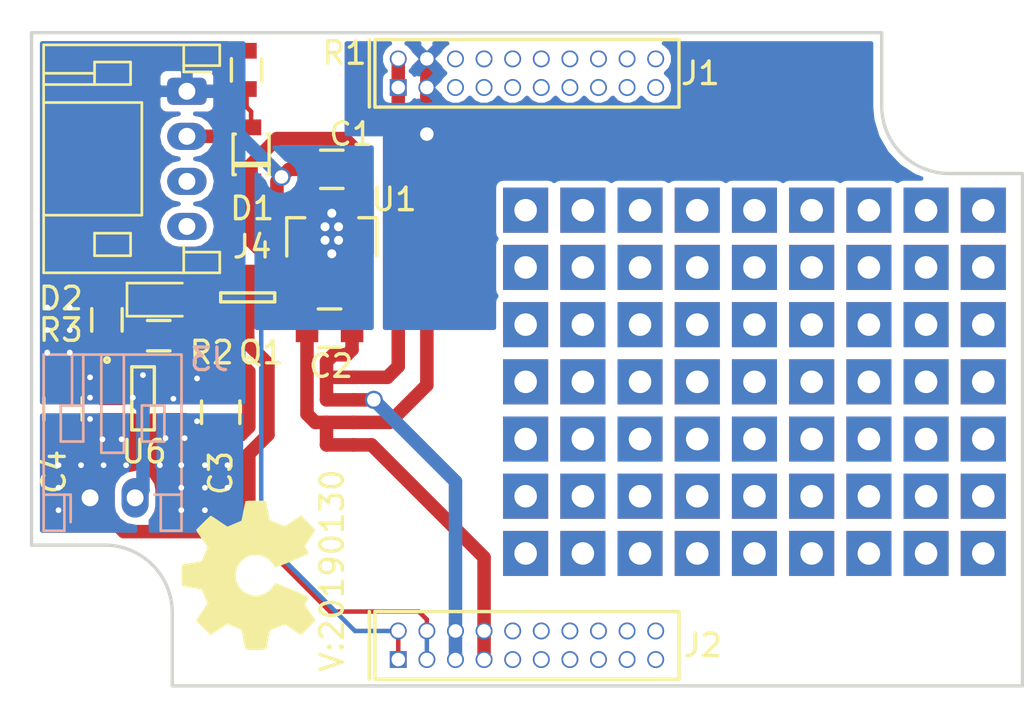
<source format=kicad_pcb>
(kicad_pcb (version 20171130) (host pcbnew 5.0.2-bee76a0~70~ubuntu18.04.1)

  (general
    (thickness 1.6)
    (drawings 10)
    (tracks 134)
    (zones 0)
    (modules 25)
    (nets 13)
  )

  (page A4)
  (layers
    (0 F.Cu signal)
    (31 B.Cu signal)
    (32 B.Adhes user hide)
    (33 F.Adhes user hide)
    (34 B.Paste user)
    (35 F.Paste user)
    (36 B.SilkS user)
    (37 F.SilkS user)
    (38 B.Mask user)
    (39 F.Mask user)
    (40 Dwgs.User user)
    (41 Cmts.User user)
    (42 Eco1.User user)
    (43 Eco2.User user)
    (44 Edge.Cuts user)
    (45 Margin user)
    (46 B.CrtYd user)
    (47 F.CrtYd user)
    (48 B.Fab user)
    (49 F.Fab user)
  )

  (setup
    (last_trace_width 0.2)
    (user_trace_width 0.1524)
    (user_trace_width 0.2)
    (user_trace_width 0.3)
    (user_trace_width 0.4)
    (user_trace_width 0.6)
    (user_trace_width 1)
    (user_trace_width 1.5)
    (user_trace_width 2)
    (trace_clearance 0.1527)
    (zone_clearance 0.3)
    (zone_45_only no)
    (trace_min 0.1524)
    (segment_width 0.2)
    (edge_width 0.15)
    (via_size 0.381)
    (via_drill 0.254)
    (via_min_size 0.381)
    (via_min_drill 0.254)
    (user_via 0.45 0.254)
    (user_via 0.6 0.4)
    (user_via 0.8 0.6)
    (user_via 1 0.8)
    (user_via 1.3 1)
    (user_via 1.5 1.2)
    (user_via 1.7 1.4)
    (user_via 1.9 1.6)
    (uvia_size 0.6)
    (uvia_drill 0.3)
    (uvias_allowed no)
    (uvia_min_size 0.381)
    (uvia_min_drill 0.254)
    (pcb_text_width 0.3)
    (pcb_text_size 1.5 1.5)
    (mod_edge_width 0.15)
    (mod_text_size 1 1)
    (mod_text_width 0.15)
    (pad_size 1 1.25)
    (pad_drill 0)
    (pad_to_mask_clearance 0.1)
    (solder_mask_min_width 0.15)
    (aux_axis_origin 0 0)
    (visible_elements FFFFFF7F)
    (pcbplotparams
      (layerselection 0x00030_80000001)
      (usegerberextensions false)
      (usegerberattributes false)
      (usegerberadvancedattributes false)
      (creategerberjobfile false)
      (excludeedgelayer true)
      (linewidth 0.100000)
      (plotframeref false)
      (viasonmask false)
      (mode 1)
      (useauxorigin false)
      (hpglpennumber 1)
      (hpglpenspeed 20)
      (hpglpendiameter 15.000000)
      (psnegative false)
      (psa4output false)
      (plotreference true)
      (plotvalue true)
      (plotinvisibletext false)
      (padsonsilk false)
      (subtractmaskfromsilk false)
      (outputformat 1)
      (mirror false)
      (drillshape 1)
      (scaleselection 1)
      (outputdirectory ""))
  )

  (net 0 "")
  (net 1 VDD)
  (net 2 VSS)
  (net 3 VDDA)
  (net 4 VSSA)
  (net 5 GND)
  (net 6 "Net-(C2-Pad2)")
  (net 7 VBUS)
  (net 8 +BATT)
  (net 9 "Net-(D2-Pad1)")
  (net 10 "Net-(R2-Pad1)")
  (net 11 /VREG)
  (net 12 "Net-(R3-Pad1)")

  (net_class Default "This is the default net class."
    (clearance 0.1527)
    (trace_width 0.1527)
    (via_dia 0.381)
    (via_drill 0.254)
    (uvia_dia 0.6)
    (uvia_drill 0.3)
    (add_net +BATT)
    (add_net /VREG)
    (add_net GND)
    (add_net "Net-(C2-Pad2)")
    (add_net "Net-(D2-Pad1)")
    (add_net "Net-(R2-Pad1)")
    (add_net "Net-(R3-Pad1)")
    (add_net VBUS)
    (add_net VDD)
    (add_net VDDA)
    (add_net VSS)
    (add_net VSSA)
  )

  (module SquantorProto:proto-TH-0254-09X05-P020SQ-H010 (layer F.Cu) (tedit 5C521CB7) (tstamp 5C5EE291)
    (at 70.4 163.8 180)
    (path /5C52AB89)
    (fp_text reference J6 (at 0 -10.16 180) (layer F.SilkS) hide
      (effects (font (size 1 1) (thickness 0.15)))
    )
    (fp_text value Proto (at 0 10.16 180) (layer F.Fab) hide
      (effects (font (size 1 1) (thickness 0.15)))
    )
    (pad NC thru_hole rect (at -10.16 -7.62 180) (size 2 2) (drill 1) (layers *.Cu *.Mask))
    (pad NC thru_hole rect (at -7.62 -7.62 180) (size 2 2) (drill 1) (layers *.Cu *.Mask))
    (pad NC thru_hole rect (at -5.08 -7.62 180) (size 2 2) (drill 1) (layers *.Cu *.Mask))
    (pad NC thru_hole rect (at -2.54 -7.62 180) (size 2 2) (drill 1) (layers *.Cu *.Mask))
    (pad NC thru_hole rect (at 5.08 -7.62 180) (size 2 2) (drill 1) (layers *.Cu *.Mask))
    (pad NC thru_hole rect (at 2.54 -7.62 180) (size 2 2) (drill 1) (layers *.Cu *.Mask))
    (pad NC thru_hole rect (at 7.62 -7.62 180) (size 2 2) (drill 1) (layers *.Cu *.Mask))
    (pad NC thru_hole rect (at 0 -7.62 180) (size 2 2) (drill 1) (layers *.Cu *.Mask))
    (pad NC thru_hole rect (at 10.16 -7.62 180) (size 2 2) (drill 1) (layers *.Cu *.Mask))
    (pad NC thru_hole rect (at -5.08 -5.08 180) (size 2 2) (drill 1) (layers *.Cu *.Mask))
    (pad NC thru_hole rect (at -7.62 -5.08 180) (size 2 2) (drill 1) (layers *.Cu *.Mask))
    (pad NC thru_hole rect (at -2.54 -5.08 180) (size 2 2) (drill 1) (layers *.Cu *.Mask))
    (pad NC thru_hole rect (at 0 -5.08 180) (size 2 2) (drill 1) (layers *.Cu *.Mask))
    (pad NC thru_hole rect (at 10.16 -5.08 180) (size 2 2) (drill 1) (layers *.Cu *.Mask))
    (pad NC thru_hole rect (at 2.54 -5.08 180) (size 2 2) (drill 1) (layers *.Cu *.Mask))
    (pad NC thru_hole rect (at -10.16 -5.08 180) (size 2 2) (drill 1) (layers *.Cu *.Mask))
    (pad NC thru_hole rect (at 7.62 -5.08 180) (size 2 2) (drill 1) (layers *.Cu *.Mask))
    (pad NC thru_hole rect (at 5.08 -5.08 180) (size 2 2) (drill 1) (layers *.Cu *.Mask))
    (pad NC thru_hole rect (at -2.54 -2.54 180) (size 2 2) (drill 1) (layers *.Cu *.Mask))
    (pad NC thru_hole rect (at 0 -2.54 180) (size 2 2) (drill 1) (layers *.Cu *.Mask))
    (pad NC thru_hole rect (at -5.08 -2.54 180) (size 2 2) (drill 1) (layers *.Cu *.Mask))
    (pad NC thru_hole rect (at -7.62 -2.54 180) (size 2 2) (drill 1) (layers *.Cu *.Mask))
    (pad NC thru_hole rect (at 7.62 -2.54 180) (size 2 2) (drill 1) (layers *.Cu *.Mask))
    (pad NC thru_hole rect (at 10.16 -2.54 180) (size 2 2) (drill 1) (layers *.Cu *.Mask))
    (pad NC thru_hole rect (at -10.16 -2.54 180) (size 2 2) (drill 1) (layers *.Cu *.Mask))
    (pad NC thru_hole rect (at 2.54 -2.54 180) (size 2 2) (drill 1) (layers *.Cu *.Mask))
    (pad NC thru_hole rect (at 5.08 -2.54 180) (size 2 2) (drill 1) (layers *.Cu *.Mask))
    (pad NC thru_hole rect (at -5.08 0 180) (size 2 2) (drill 1) (layers *.Cu *.Mask))
    (pad NC thru_hole rect (at 5.08 0 180) (size 2 2) (drill 1) (layers *.Cu *.Mask))
    (pad NC thru_hole rect (at 10.16 0 180) (size 2 2) (drill 1) (layers *.Cu *.Mask))
    (pad NC thru_hole rect (at -2.54 0 180) (size 2 2) (drill 1) (layers *.Cu *.Mask))
    (pad NC thru_hole rect (at 2.54 0 180) (size 2 2) (drill 1) (layers *.Cu *.Mask))
    (pad NC thru_hole rect (at -10.16 0 180) (size 2 2) (drill 1) (layers *.Cu *.Mask))
    (pad NC thru_hole rect (at 7.62 0 180) (size 2 2) (drill 1) (layers *.Cu *.Mask))
    (pad NC thru_hole rect (at -7.62 0 180) (size 2 2) (drill 1) (layers *.Cu *.Mask))
    (pad NC thru_hole rect (at 0 0 180) (size 2 2) (drill 1) (layers *.Cu *.Mask))
    (pad NC thru_hole rect (at -5.08 7.62 180) (size 2 2) (drill 1) (layers *.Cu *.Mask))
    (pad NC thru_hole rect (at -2.54 2.54 180) (size 2 2) (drill 1) (layers *.Cu *.Mask))
    (pad NC thru_hole rect (at 0 2.54 180) (size 2 2) (drill 1) (layers *.Cu *.Mask))
    (pad NC thru_hole rect (at -5.08 5.08 180) (size 2 2) (drill 1) (layers *.Cu *.Mask))
    (pad NC thru_hole rect (at -5.08 2.54 180) (size 2 2) (drill 1) (layers *.Cu *.Mask))
    (pad NC thru_hole rect (at -2.54 7.62 180) (size 2 2) (drill 1) (layers *.Cu *.Mask))
    (pad NC thru_hole rect (at 5.08 7.62 180) (size 2 2) (drill 1) (layers *.Cu *.Mask))
    (pad NC thru_hole rect (at 10.16 7.62 180) (size 2 2) (drill 1) (layers *.Cu *.Mask))
    (pad NC thru_hole rect (at -7.62 2.54 180) (size 2 2) (drill 1) (layers *.Cu *.Mask))
    (pad NC thru_hole rect (at 5.08 5.08 180) (size 2 2) (drill 1) (layers *.Cu *.Mask))
    (pad NC thru_hole rect (at 7.62 2.54 180) (size 2 2) (drill 1) (layers *.Cu *.Mask))
    (pad NC thru_hole rect (at 10.16 2.54 180) (size 2 2) (drill 1) (layers *.Cu *.Mask))
    (pad NC thru_hole rect (at 10.16 5.08 180) (size 2 2) (drill 1) (layers *.Cu *.Mask))
    (pad NC thru_hole rect (at -10.16 2.54 180) (size 2 2) (drill 1) (layers *.Cu *.Mask))
    (pad NC thru_hole rect (at -7.62 7.62 180) (size 2 2) (drill 1) (layers *.Cu *.Mask))
    (pad NC thru_hole rect (at 2.54 2.54 180) (size 2 2) (drill 1) (layers *.Cu *.Mask))
    (pad NC thru_hole rect (at -2.54 5.08 180) (size 2 2) (drill 1) (layers *.Cu *.Mask))
    (pad NC thru_hole rect (at 2.54 5.08 180) (size 2 2) (drill 1) (layers *.Cu *.Mask))
    (pad NC thru_hole rect (at -10.16 5.08 180) (size 2 2) (drill 1) (layers *.Cu *.Mask))
    (pad NC thru_hole rect (at 5.08 2.54 180) (size 2 2) (drill 1) (layers *.Cu *.Mask))
    (pad NC thru_hole rect (at -10.16 7.62 180) (size 2 2) (drill 1) (layers *.Cu *.Mask))
    (pad NC thru_hole rect (at 2.54 7.62 180) (size 2 2) (drill 1) (layers *.Cu *.Mask))
    (pad NC thru_hole rect (at 7.62 5.08 180) (size 2 2) (drill 1) (layers *.Cu *.Mask))
    (pad NC thru_hole rect (at -7.62 5.08 180) (size 2 2) (drill 1) (layers *.Cu *.Mask))
    (pad NC thru_hole rect (at 0 5.08 180) (size 2 2) (drill 1) (layers *.Cu *.Mask))
    (pad NC thru_hole rect (at 7.62 7.62 180) (size 2 2) (drill 1) (layers *.Cu *.Mask))
    (pad NC thru_hole rect (at 0 7.62 180) (size 2 2) (drill 1) (layers *.Cu *.Mask))
  )

  (module SquantorRcl:R_0603_hand (layer F.Cu) (tedit 587552B0) (tstamp 5C4DCDE8)
    (at 41.65 161.05 90)
    (descr "Resistor SMD 0603, reflow soldering, Vishay (see dcrcw.pdf)")
    (tags "resistor 0603")
    (path /5C5281E1)
    (attr smd)
    (fp_text reference R3 (at -0.45 -2.05 180) (layer F.SilkS)
      (effects (font (size 1 1) (thickness 0.15)))
    )
    (fp_text value 1k (at -0.45 -2.05 180) (layer F.Fab)
      (effects (font (size 1 1) (thickness 0.15)))
    )
    (fp_line (start -0.5 -0.675) (end 0.5 -0.675) (layer F.SilkS) (width 0.15))
    (fp_line (start 0.5 0.675) (end -0.5 0.675) (layer F.SilkS) (width 0.15))
    (fp_line (start 1.5 -0.8) (end 1.5 0.8) (layer F.CrtYd) (width 0.05))
    (fp_line (start -1.5 -0.8) (end -1.5 0.8) (layer F.CrtYd) (width 0.05))
    (fp_line (start -1.5 0.8) (end 1.5 0.8) (layer F.CrtYd) (width 0.05))
    (fp_line (start -1.5 -0.8) (end 1.5 -0.8) (layer F.CrtYd) (width 0.05))
    (fp_line (start -0.8 -0.4) (end 0.8 -0.4) (layer F.Fab) (width 0.1))
    (fp_line (start 0.8 -0.4) (end 0.8 0.4) (layer F.Fab) (width 0.1))
    (fp_line (start 0.8 0.4) (end -0.8 0.4) (layer F.Fab) (width 0.1))
    (fp_line (start -0.8 0.4) (end -0.8 -0.4) (layer F.Fab) (width 0.1))
    (pad 2 smd rect (at 0.85 0 90) (size 0.7 0.9) (layers F.Cu F.Paste F.Mask)
      (net 9 "Net-(D2-Pad1)"))
    (pad 1 smd rect (at -0.85 0 90) (size 0.7 0.9) (layers F.Cu F.Paste F.Mask)
      (net 12 "Net-(R3-Pad1)"))
    (model Resistors_SMD.3dshapes/R_0603.wrl
      (at (xyz 0 0 0))
      (scale (xyz 1 1 1))
      (rotate (xyz 0 0 0))
    )
  )

  (module SquantorRcl:C_0805 (layer F.Cu) (tedit 5C51FF99) (tstamp 5C85D286)
    (at 46.7 165.15 90)
    (descr "Capacitor SMD 0805, reflow soldering, AVX (see smccp.pdf)")
    (tags "capacitor 0805")
    (path /5C51489A)
    (attr smd)
    (fp_text reference C3 (at -2.7 0 90) (layer F.SilkS)
      (effects (font (size 1 1) (thickness 0.15)))
    )
    (fp_text value 10u (at -2.75 0 90) (layer F.Fab)
      (effects (font (size 1 1) (thickness 0.15)))
    )
    (fp_line (start -0.5 0.85) (end 0.5 0.85) (layer F.SilkS) (width 0.15))
    (fp_line (start 0.5 -0.85) (end -0.5 -0.85) (layer F.SilkS) (width 0.15))
    (fp_line (start 1.8 -1) (end 1.8 1) (layer F.CrtYd) (width 0.05))
    (fp_line (start -1.8 -1) (end -1.8 1) (layer F.CrtYd) (width 0.05))
    (fp_line (start -1.8 1) (end 1.8 1) (layer F.CrtYd) (width 0.05))
    (fp_line (start -1.8 -1) (end 1.8 -1) (layer F.CrtYd) (width 0.05))
    (fp_line (start -1 -0.625) (end 1 -0.625) (layer F.Fab) (width 0.15))
    (fp_line (start 1 -0.625) (end 1 0.625) (layer F.Fab) (width 0.15))
    (fp_line (start 1 0.625) (end -1 0.625) (layer F.Fab) (width 0.15))
    (fp_line (start -1 0.625) (end -1 -0.625) (layer F.Fab) (width 0.15))
    (pad 2 smd rect (at 1 0 90) (size 1 1.25) (layers F.Cu F.Paste F.Mask)
      (net 5 GND) (zone_connect 2))
    (pad 1 smd rect (at -1 0 90) (size 1 1.25) (layers F.Cu F.Paste F.Mask)
      (net 7 VBUS) (zone_connect 2))
    (model Capacitors_SMD.3dshapes/C_0805.wrl
      (at (xyz 0 0 0))
      (scale (xyz 1 1 1))
      (rotate (xyz 0 0 0))
    )
  )

  (module Connector_JST:JST_PH_S4B-PH-K_1x04_P2.00mm_Horizontal (layer F.Cu) (tedit 5B7745C6) (tstamp 5C524229)
    (at 45.2 150.9 270)
    (descr "JST PH series connector, S4B-PH-K (http://www.jst-mfg.com/product/pdf/eng/ePH.pdf), generated with kicad-footprint-generator")
    (tags "connector JST PH top entry")
    (path /5C4BC976)
    (fp_text reference J4 (at 6.9 -2.9) (layer F.SilkS)
      (effects (font (size 1 1) (thickness 0.15)))
    )
    (fp_text value DevBoardUartInput (at 3 7.45 270) (layer F.Fab)
      (effects (font (size 1 1) (thickness 0.15)))
    )
    (fp_line (start -0.86 0.14) (end -1.14 0.14) (layer F.SilkS) (width 0.12))
    (fp_line (start -1.14 0.14) (end -1.14 -1.46) (layer F.SilkS) (width 0.12))
    (fp_line (start -1.14 -1.46) (end -2.06 -1.46) (layer F.SilkS) (width 0.12))
    (fp_line (start -2.06 -1.46) (end -2.06 6.36) (layer F.SilkS) (width 0.12))
    (fp_line (start -2.06 6.36) (end 8.06 6.36) (layer F.SilkS) (width 0.12))
    (fp_line (start 8.06 6.36) (end 8.06 -1.46) (layer F.SilkS) (width 0.12))
    (fp_line (start 8.06 -1.46) (end 7.14 -1.46) (layer F.SilkS) (width 0.12))
    (fp_line (start 7.14 -1.46) (end 7.14 0.14) (layer F.SilkS) (width 0.12))
    (fp_line (start 7.14 0.14) (end 6.86 0.14) (layer F.SilkS) (width 0.12))
    (fp_line (start 0.5 6.36) (end 0.5 2) (layer F.SilkS) (width 0.12))
    (fp_line (start 0.5 2) (end 5.5 2) (layer F.SilkS) (width 0.12))
    (fp_line (start 5.5 2) (end 5.5 6.36) (layer F.SilkS) (width 0.12))
    (fp_line (start -2.06 0.14) (end -1.14 0.14) (layer F.SilkS) (width 0.12))
    (fp_line (start 8.06 0.14) (end 7.14 0.14) (layer F.SilkS) (width 0.12))
    (fp_line (start -1.3 2.5) (end -1.3 4.1) (layer F.SilkS) (width 0.12))
    (fp_line (start -1.3 4.1) (end -0.3 4.1) (layer F.SilkS) (width 0.12))
    (fp_line (start -0.3 4.1) (end -0.3 2.5) (layer F.SilkS) (width 0.12))
    (fp_line (start -0.3 2.5) (end -1.3 2.5) (layer F.SilkS) (width 0.12))
    (fp_line (start 7.3 2.5) (end 7.3 4.1) (layer F.SilkS) (width 0.12))
    (fp_line (start 7.3 4.1) (end 6.3 4.1) (layer F.SilkS) (width 0.12))
    (fp_line (start 6.3 4.1) (end 6.3 2.5) (layer F.SilkS) (width 0.12))
    (fp_line (start 6.3 2.5) (end 7.3 2.5) (layer F.SilkS) (width 0.12))
    (fp_line (start -0.3 4.1) (end -0.3 6.36) (layer F.SilkS) (width 0.12))
    (fp_line (start -0.8 4.1) (end -0.8 6.36) (layer F.SilkS) (width 0.12))
    (fp_line (start -2.45 -1.85) (end -2.45 6.75) (layer F.CrtYd) (width 0.05))
    (fp_line (start -2.45 6.75) (end 8.45 6.75) (layer F.CrtYd) (width 0.05))
    (fp_line (start 8.45 6.75) (end 8.45 -1.85) (layer F.CrtYd) (width 0.05))
    (fp_line (start 8.45 -1.85) (end -2.45 -1.85) (layer F.CrtYd) (width 0.05))
    (fp_line (start -1.25 0.25) (end -1.25 -1.35) (layer F.Fab) (width 0.1))
    (fp_line (start -1.25 -1.35) (end -1.95 -1.35) (layer F.Fab) (width 0.1))
    (fp_line (start -1.95 -1.35) (end -1.95 6.25) (layer F.Fab) (width 0.1))
    (fp_line (start -1.95 6.25) (end 7.95 6.25) (layer F.Fab) (width 0.1))
    (fp_line (start 7.95 6.25) (end 7.95 -1.35) (layer F.Fab) (width 0.1))
    (fp_line (start 7.95 -1.35) (end 7.25 -1.35) (layer F.Fab) (width 0.1))
    (fp_line (start 7.25 -1.35) (end 7.25 0.25) (layer F.Fab) (width 0.1))
    (fp_line (start 7.25 0.25) (end -1.25 0.25) (layer F.Fab) (width 0.1))
    (fp_line (start -0.86 0.14) (end -0.86 -1.075) (layer F.SilkS) (width 0.12))
    (fp_line (start 0 0.875) (end -0.5 1.375) (layer F.Fab) (width 0.1))
    (fp_line (start -0.5 1.375) (end 0.5 1.375) (layer F.Fab) (width 0.1))
    (fp_line (start 0.5 1.375) (end 0 0.875) (layer F.Fab) (width 0.1))
    (fp_text user %R (at 3 2.5 270) (layer F.Fab)
      (effects (font (size 1 1) (thickness 0.15)))
    )
    (pad 1 thru_hole roundrect (at 0 0 270) (size 1.2 1.75) (drill 0.75) (layers *.Cu *.Mask) (roundrect_rratio 0.208333)
      (net 5 GND))
    (pad 2 thru_hole oval (at 2 0 270) (size 1.2 1.75) (drill 0.75) (layers *.Cu *.Mask)
      (net 7 VBUS))
    (pad 3 thru_hole oval (at 4 0 270) (size 1.2 1.75) (drill 0.75) (layers *.Cu *.Mask))
    (pad 4 thru_hole oval (at 6 0 270) (size 1.2 1.75) (drill 0.75) (layers *.Cu *.Mask))
    (model ${KISYS3DMOD}/Connector_JST.3dshapes/JST_PH_S4B-PH-K_1x04_P2.00mm_Horizontal.wrl
      (at (xyz 0 0 0))
      (scale (xyz 1 1 1))
      (rotate (xyz 0 0 0))
    )
  )

  (module SquantorIC:SOT89-ViaTab-Microchip-MB (layer F.Cu) (tedit 5C4DDA13) (tstamp 5C524862)
    (at 51.633514 159.213584)
    (path /5C4C33E8)
    (fp_text reference U1 (at 2.766486 -3.513584) (layer F.SilkS)
      (effects (font (size 1 1) (thickness 0.15)))
    )
    (fp_text value MCP1702-MB (at 0 2) (layer F.Fab) hide
      (effects (font (size 1 1) (thickness 0.15)))
    )
    (fp_line (start 2 -2.7) (end 2 -1) (layer F.SilkS) (width 0.15))
    (fp_line (start 1.2 -2.7) (end 2 -2.7) (layer F.SilkS) (width 0.15))
    (fp_line (start -2 -2.7) (end -1.2 -2.7) (layer F.SilkS) (width 0.15))
    (fp_line (start -2 -1) (end -2 -2.7) (layer F.SilkS) (width 0.15))
    (pad 1 smd rect (at -1.5 0) (size 0.7 1.4) (layers F.Cu F.Paste F.Mask)
      (net 5 GND))
    (pad 2 smd rect (at 0 0) (size 0.7 1.4) (layers F.Cu F.Paste F.Mask)
      (net 11 /VREG))
    (pad 3 smd rect (at 1.5 0) (size 0.7 1.4) (layers F.Cu F.Paste F.Mask)
      (net 6 "Net-(C2-Pad2)"))
    (pad TAB smd oval (at 0 -2.1) (size 2 3.05) (layers F.Cu F.Paste F.Mask)
      (net 11 /VREG) (zone_connect 2))
    (pad TAB thru_hole rect (at -0.3 -1.7) (size 0.6 0.6) (drill 0.4) (layers *.Cu *.Mask)
      (net 11 /VREG) (zone_connect 2))
    (pad TAB thru_hole rect (at 0.3 -1.7) (size 0.6 0.6) (drill 0.4) (layers *.Cu *.Mask)
      (net 11 /VREG) (zone_connect 2))
    (pad TAB thru_hole rect (at 0.3 -2.3) (size 0.6 0.6) (drill 0.4) (layers *.Cu *.Mask)
      (net 11 /VREG) (zone_connect 2))
    (pad TAB thru_hole rect (at -0.3 -2.3) (size 0.6 0.6) (drill 0.4) (layers *.Cu *.Mask)
      (net 11 /VREG) (zone_connect 2))
    (pad TAB thru_hole rect (at 0 -2.9) (size 0.6 0.6) (drill 0.4) (layers *.Cu *.Mask)
      (net 11 /VREG) (zone_connect 2))
    (pad TAB thru_hole rect (at 0 -1.1) (size 0.6 0.6) (drill 0.4) (layers *.Cu *.Mask)
      (net 11 /VREG) (zone_connect 2))
  )

  (module SquantorDiodes:SOD_323_onsemi (layer F.Cu) (tedit 5C4D9C56) (tstamp 5C5263A9)
    (at 48.05 153.7 90)
    (path /5C4BFC51)
    (fp_text reference D1 (at -2.4 0.05 180) (layer F.SilkS)
      (effects (font (size 1 1) (thickness 0.15)))
    )
    (fp_text value NSR0320 (at -2.4 -0.05 180) (layer F.Fab)
      (effects (font (size 1 1) (thickness 0.15)))
    )
    (fp_line (start 0.9 -0.7) (end 0.9 -0.8) (layer F.SilkS) (width 0.15))
    (fp_line (start 0.9 0.8) (end 0.9 0.7) (layer F.SilkS) (width 0.15))
    (fp_line (start -0.9 0.8) (end -0.9 0.7) (layer F.SilkS) (width 0.15))
    (fp_line (start -0.9 -0.8) (end -0.9 -0.7) (layer F.SilkS) (width 0.15))
    (fp_line (start -0.4 0.8) (end -0.4 -0.8) (layer F.SilkS) (width 0.15))
    (fp_line (start -0.5 0.8) (end -0.4 0.8) (layer F.SilkS) (width 0.15))
    (fp_line (start -0.5 -0.8) (end -0.5 0.8) (layer F.SilkS) (width 0.15))
    (fp_line (start -0.9 0.7) (end -0.9 -0.7) (layer F.Fab) (width 0.15))
    (fp_line (start 0.9 0.8) (end -0.9 0.8) (layer F.SilkS) (width 0.15))
    (fp_line (start 0.9 -0.7) (end 0.9 0.7) (layer F.Fab) (width 0.15))
    (fp_line (start -0.9 -0.8) (end 0.9 -0.8) (layer F.SilkS) (width 0.15))
    (pad 2 smd rect (at 1.2 0 90) (size 0.7 0.9) (layers F.Cu F.Paste F.Mask)
      (net 7 VBUS))
    (pad 1 smd rect (at -1.2 0 90) (size 0.7 0.9) (layers F.Cu F.Paste F.Mask)
      (net 11 /VREG))
  )

  (module SquantorSpecial:power_joiner_2_conn_06mm (layer F.Cu) (tedit 5C4DDA5A) (tstamp 5C4E0241)
    (at 52 163.6)
    (path /5C4D93F3)
    (fp_text reference U5 (at 0 -1.27) (layer F.SilkS) hide
      (effects (font (size 1 1) (thickness 0.15)))
    )
    (fp_text value power_joiner_2_nets (at 0 1.27) (layer F.Fab) hide
      (effects (font (size 1 1) (thickness 0.15)))
    )
    (fp_line (start 0.6 0) (end -0.6 0) (layer F.Cu) (width 0.6))
    (pad 2 smd circle (at 0.6 0) (size 0.6 0.6) (layers F.Cu)
      (net 1 VDD))
    (pad 1 smd circle (at -0.6 0) (size 0.6 0.6) (layers F.Cu)
      (net 6 "Net-(C2-Pad2)"))
  )

  (module SquantorSpecial:power_joiner_2_conn_06mm (layer F.Cu) (tedit 5C4DDA5A) (tstamp 5C4E023A)
    (at 52 164.6)
    (path /5C4D9467)
    (fp_text reference U4 (at 0 -1.27) (layer F.SilkS) hide
      (effects (font (size 1 1) (thickness 0.15)))
    )
    (fp_text value power_joiner_2_nets (at 0 1.27) (layer F.Fab) hide
      (effects (font (size 1 1) (thickness 0.15)))
    )
    (fp_line (start 0.6 0) (end -0.6 0) (layer F.Cu) (width 0.6))
    (pad 1 smd circle (at -0.6 0) (size 0.6 0.6) (layers F.Cu)
      (net 6 "Net-(C2-Pad2)"))
    (pad 2 smd circle (at 0.6 0) (size 0.6 0.6) (layers F.Cu)
      (net 3 VDDA))
  )

  (module SquantorSpecial:power_joiner_2_conn_06mm (layer F.Cu) (tedit 5C4DDA5A) (tstamp 5C4E0233)
    (at 52 165.6)
    (path /5C4DCC91)
    (fp_text reference U2 (at 0 -1.27) (layer F.SilkS) hide
      (effects (font (size 1 1) (thickness 0.15)))
    )
    (fp_text value power_joiner_2_nets (at 0 1.27) (layer F.Fab) hide
      (effects (font (size 1 1) (thickness 0.15)))
    )
    (fp_line (start 0.6 0) (end -0.6 0) (layer F.Cu) (width 0.6))
    (pad 2 smd circle (at 0.6 0) (size 0.6 0.6) (layers F.Cu)
      (net 2 VSS))
    (pad 1 smd circle (at -0.6 0) (size 0.6 0.6) (layers F.Cu)
      (net 5 GND))
  )

  (module SquantorSpecial:power_joiner_2_conn_06mm (layer F.Cu) (tedit 5C4DDA5A) (tstamp 5C4E01F7)
    (at 52 166.6)
    (path /5C4DCCDD)
    (fp_text reference U3 (at 0 -1.27) (layer F.SilkS) hide
      (effects (font (size 1 1) (thickness 0.15)))
    )
    (fp_text value power_joiner_2_nets (at 0 1.27) (layer F.Fab) hide
      (effects (font (size 1 1) (thickness 0.15)))
    )
    (fp_line (start 0.6 0) (end -0.6 0) (layer F.Cu) (width 0.6))
    (pad 2 smd circle (at 0.6 0) (size 0.6 0.6) (layers F.Cu)
      (net 4 VSSA))
    (pad 1 smd circle (at -0.6 0) (size 0.6 0.6) (layers F.Cu)
      (net 5 GND))
  )

  (module SquantorPcbOutline:MountingHole_2.5mm_no_metal locked (layer F.Cu) (tedit 5C4DD761) (tstamp 5B89BEBD)
    (at 70.3 174.55)
    (path /5B7AD009)
    (fp_text reference MH2 (at 0 -3) (layer F.SilkS) hide
      (effects (font (size 1 1) (thickness 0.15)))
    )
    (fp_text value MountingHole (at 0 3) (layer F.Fab) hide
      (effects (font (size 1 1) (thickness 0.15)))
    )
    (pad "" np_thru_hole circle (at 0 0) (size 2.5 2.5) (drill 2.5) (layers *.Cu *.Mask))
  )

  (module SquantorPcbOutline:MountingHole_2.5mm_no_metal locked (layer F.Cu) (tedit 5C4DD76B) (tstamp 5B89BEB8)
    (at 50.3 151.05)
    (path /5B7AD05B)
    (fp_text reference MH1 (at 0 -3) (layer F.SilkS) hide
      (effects (font (size 1 1) (thickness 0.15)))
    )
    (fp_text value MountingHole (at 0 3) (layer F.Fab) hide
      (effects (font (size 1 1) (thickness 0.15)))
    )
    (pad "" np_thru_hole circle (at 0 0) (size 2.5 2.5) (drill 2.5) (layers *.Cu *.Mask))
  )

  (module SquantorLabels:Label_version (layer F.Cu) (tedit 5B5A1E49) (tstamp 5B7D93BE)
    (at 51.75 171.1 90)
    (path /5A1357A5)
    (fp_text reference N2 (at 0 1.4 90) (layer F.Fab) hide
      (effects (font (size 1 1) (thickness 0.15)))
    )
    (fp_text value 20190130 (at -0.4 -0.1 90) (layer F.SilkS)
      (effects (font (size 1 1) (thickness 0.15)))
    )
    (fp_text user V: (at -4.9 -0.1 90) (layer F.SilkS)
      (effects (font (size 1 1) (thickness 0.15)))
    )
  )

  (module SquantorConnectors:Header-0127-2X10-H006 locked (layer F.Cu) (tedit 5BE1FFD9) (tstamp 5B81CE41)
    (at 60.2996 150.1)
    (path /5B7AC4CB)
    (fp_text reference J1 (at 7.7004 0) (layer F.SilkS)
      (effects (font (size 1 1) (thickness 0.15)))
    )
    (fp_text value DevBoardDigital (at 0 2.5) (layer F.Fab)
      (effects (font (size 1 1) (thickness 0.15)))
    )
    (fp_line (start -6.5 -1.5) (end 6.5 -1.5) (layer F.SilkS) (width 0.15))
    (fp_line (start 6.5 1.5) (end -6.5 1.5) (layer F.SilkS) (width 0.15))
    (fp_line (start -6.5 -1.5) (end -6.75 -1.5) (layer F.SilkS) (width 0.15))
    (fp_line (start -6.75 -1.5) (end -6.75 1.5) (layer F.SilkS) (width 0.15))
    (fp_line (start -6.75 1.5) (end -6.5 1.5) (layer F.SilkS) (width 0.15))
    (fp_line (start 6.5 1.5) (end 6.75 1.5) (layer F.SilkS) (width 0.15))
    (fp_line (start 6.75 1.5) (end 6.75 -1.5) (layer F.SilkS) (width 0.15))
    (fp_line (start 6.75 -1.5) (end 6.5 -1.5) (layer F.SilkS) (width 0.15))
    (fp_line (start -7 -1.5) (end -7 1.5) (layer F.SilkS) (width 0.15))
    (pad 20 thru_hole circle (at 5.715 -0.63911) (size 0.75 0.75) (drill 0.6) (layers *.Cu *.Mask))
    (pad 19 thru_hole circle (at 5.715 0.63089) (size 0.75 0.75) (drill 0.6) (layers *.Cu *.Mask))
    (pad 18 thru_hole circle (at 4.445 -0.63911) (size 0.75 0.75) (drill 0.6) (layers *.Cu *.Mask))
    (pad 17 thru_hole circle (at 4.445 0.63089) (size 0.75 0.75) (drill 0.6) (layers *.Cu *.Mask))
    (pad 16 thru_hole circle (at 3.175 -0.63911) (size 0.75 0.75) (drill 0.6) (layers *.Cu *.Mask))
    (pad 15 thru_hole circle (at 3.175 0.63089) (size 0.75 0.75) (drill 0.6) (layers *.Cu *.Mask))
    (pad 14 thru_hole circle (at 1.905 -0.63911) (size 0.75 0.75) (drill 0.6) (layers *.Cu *.Mask))
    (pad 13 thru_hole circle (at 1.905 0.63089) (size 0.75 0.75) (drill 0.6) (layers *.Cu *.Mask))
    (pad 12 thru_hole circle (at 0.635 -0.63911) (size 0.75 0.75) (drill 0.6) (layers *.Cu *.Mask))
    (pad 11 thru_hole circle (at 0.635 0.63089) (size 0.75 0.75) (drill 0.6) (layers *.Cu *.Mask))
    (pad 10 thru_hole circle (at -0.635 -0.63911) (size 0.75 0.75) (drill 0.6) (layers *.Cu *.Mask))
    (pad 9 thru_hole circle (at -0.635 0.63089) (size 0.75 0.75) (drill 0.6) (layers *.Cu *.Mask))
    (pad 8 thru_hole circle (at -1.905 -0.63911) (size 0.75 0.75) (drill 0.6) (layers *.Cu *.Mask))
    (pad 7 thru_hole circle (at -1.905 0.63089) (size 0.75 0.75) (drill 0.6) (layers *.Cu *.Mask))
    (pad 6 thru_hole circle (at -3.175 -0.63911) (size 0.75 0.75) (drill 0.6) (layers *.Cu *.Mask))
    (pad 5 thru_hole circle (at -3.175 0.63089) (size 0.75 0.75) (drill 0.6) (layers *.Cu *.Mask))
    (pad 4 thru_hole circle (at -4.445 -0.63911) (size 0.75 0.75) (drill 0.6) (layers *.Cu *.Mask)
      (net 2 VSS))
    (pad 3 thru_hole circle (at -4.445 0.63089) (size 0.75 0.75) (drill 0.6) (layers *.Cu *.Mask)
      (net 2 VSS))
    (pad 2 thru_hole circle (at -5.715 -0.63911) (size 0.75 0.75) (drill 0.6) (layers *.Cu *.Mask)
      (net 1 VDD))
    (pad 1 thru_hole rect (at -5.715 0.63089) (size 0.75 0.75) (drill 0.6) (layers *.Cu *.Mask)
      (net 1 VDD))
  )

  (module SquantorConnectors:Header-0127-2X10-H006 locked (layer F.Cu) (tedit 5BE1FFD9) (tstamp 5B866FA7)
    (at 60.3 175.5)
    (path /5B7AC569)
    (fp_text reference J2 (at 7.8 0) (layer F.SilkS)
      (effects (font (size 1 1) (thickness 0.15)))
    )
    (fp_text value DevBoardAnalog (at 0 2.5) (layer F.Fab)
      (effects (font (size 1 1) (thickness 0.15)))
    )
    (fp_line (start -6.5 -1.5) (end 6.5 -1.5) (layer F.SilkS) (width 0.15))
    (fp_line (start 6.5 1.5) (end -6.5 1.5) (layer F.SilkS) (width 0.15))
    (fp_line (start -6.5 -1.5) (end -6.75 -1.5) (layer F.SilkS) (width 0.15))
    (fp_line (start -6.75 -1.5) (end -6.75 1.5) (layer F.SilkS) (width 0.15))
    (fp_line (start -6.75 1.5) (end -6.5 1.5) (layer F.SilkS) (width 0.15))
    (fp_line (start 6.5 1.5) (end 6.75 1.5) (layer F.SilkS) (width 0.15))
    (fp_line (start 6.75 1.5) (end 6.75 -1.5) (layer F.SilkS) (width 0.15))
    (fp_line (start 6.75 -1.5) (end 6.5 -1.5) (layer F.SilkS) (width 0.15))
    (fp_line (start -7 -1.5) (end -7 1.5) (layer F.SilkS) (width 0.15))
    (pad 20 thru_hole circle (at 5.715 -0.63911) (size 0.75 0.75) (drill 0.6) (layers *.Cu *.Mask))
    (pad 19 thru_hole circle (at 5.715 0.63089) (size 0.75 0.75) (drill 0.6) (layers *.Cu *.Mask))
    (pad 18 thru_hole circle (at 4.445 -0.63911) (size 0.75 0.75) (drill 0.6) (layers *.Cu *.Mask))
    (pad 17 thru_hole circle (at 4.445 0.63089) (size 0.75 0.75) (drill 0.6) (layers *.Cu *.Mask))
    (pad 16 thru_hole circle (at 3.175 -0.63911) (size 0.75 0.75) (drill 0.6) (layers *.Cu *.Mask))
    (pad 15 thru_hole circle (at 3.175 0.63089) (size 0.75 0.75) (drill 0.6) (layers *.Cu *.Mask))
    (pad 14 thru_hole circle (at 1.905 -0.63911) (size 0.75 0.75) (drill 0.6) (layers *.Cu *.Mask))
    (pad 13 thru_hole circle (at 1.905 0.63089) (size 0.75 0.75) (drill 0.6) (layers *.Cu *.Mask))
    (pad 12 thru_hole circle (at 0.635 -0.63911) (size 0.75 0.75) (drill 0.6) (layers *.Cu *.Mask))
    (pad 11 thru_hole circle (at 0.635 0.63089) (size 0.75 0.75) (drill 0.6) (layers *.Cu *.Mask))
    (pad 10 thru_hole circle (at -0.635 -0.63911) (size 0.75 0.75) (drill 0.6) (layers *.Cu *.Mask))
    (pad 9 thru_hole circle (at -0.635 0.63089) (size 0.75 0.75) (drill 0.6) (layers *.Cu *.Mask))
    (pad 8 thru_hole circle (at -1.905 -0.63911) (size 0.75 0.75) (drill 0.6) (layers *.Cu *.Mask)
      (net 4 VSSA))
    (pad 7 thru_hole circle (at -1.905 0.63089) (size 0.75 0.75) (drill 0.6) (layers *.Cu *.Mask)
      (net 4 VSSA))
    (pad 6 thru_hole circle (at -3.175 -0.63911) (size 0.75 0.75) (drill 0.6) (layers *.Cu *.Mask)
      (net 3 VDDA))
    (pad 5 thru_hole circle (at -3.175 0.63089) (size 0.75 0.75) (drill 0.6) (layers *.Cu *.Mask)
      (net 3 VDDA))
    (pad 4 thru_hole circle (at -4.445 -0.63911) (size 0.75 0.75) (drill 0.6) (layers *.Cu *.Mask)
      (net 8 +BATT))
    (pad 3 thru_hole circle (at -4.445 0.63089) (size 0.75 0.75) (drill 0.6) (layers *.Cu *.Mask)
      (net 8 +BATT))
    (pad 2 thru_hole circle (at -5.715 -0.63911) (size 0.75 0.75) (drill 0.6) (layers *.Cu *.Mask)
      (net 11 /VREG))
    (pad 1 thru_hole rect (at -5.715 0.63089) (size 0.75 0.75) (drill 0.6) (layers *.Cu *.Mask)
      (net 11 /VREG))
  )

  (module SquantorRcl:C_0805 (layer F.Cu) (tedit 5415D6EA) (tstamp 5C4E0828)
    (at 51.633514 154.363584)
    (descr "Capacitor SMD 0805, reflow soldering, AVX (see smccp.pdf)")
    (tags "capacitor 0805")
    (path /5C4C67F4)
    (attr smd)
    (fp_text reference C1 (at 0.866486 -1.563584) (layer F.SilkS)
      (effects (font (size 1 1) (thickness 0.15)))
    )
    (fp_text value 1u (at 0.966486 -1.563584) (layer F.Fab)
      (effects (font (size 1 1) (thickness 0.15)))
    )
    (fp_line (start -0.5 0.85) (end 0.5 0.85) (layer F.SilkS) (width 0.15))
    (fp_line (start 0.5 -0.85) (end -0.5 -0.85) (layer F.SilkS) (width 0.15))
    (fp_line (start 1.8 -1) (end 1.8 1) (layer F.CrtYd) (width 0.05))
    (fp_line (start -1.8 -1) (end -1.8 1) (layer F.CrtYd) (width 0.05))
    (fp_line (start -1.8 1) (end 1.8 1) (layer F.CrtYd) (width 0.05))
    (fp_line (start -1.8 -1) (end 1.8 -1) (layer F.CrtYd) (width 0.05))
    (fp_line (start -1 -0.625) (end 1 -0.625) (layer F.Fab) (width 0.15))
    (fp_line (start 1 -0.625) (end 1 0.625) (layer F.Fab) (width 0.15))
    (fp_line (start 1 0.625) (end -1 0.625) (layer F.Fab) (width 0.15))
    (fp_line (start -1 0.625) (end -1 -0.625) (layer F.Fab) (width 0.15))
    (pad 2 smd rect (at 1 0) (size 1 1.25) (layers F.Cu F.Paste F.Mask)
      (net 11 /VREG))
    (pad 1 smd rect (at -1 0) (size 1 1.25) (layers F.Cu F.Paste F.Mask)
      (net 5 GND))
    (model Capacitors_SMD.3dshapes/C_0805.wrl
      (at (xyz 0 0 0))
      (scale (xyz 1 1 1))
      (rotate (xyz 0 0 0))
    )
  )

  (module SquantorRcl:C_0805 (layer F.Cu) (tedit 5415D6EA) (tstamp 5C4E0855)
    (at 51.533514 161.413584)
    (descr "Capacitor SMD 0805, reflow soldering, AVX (see smccp.pdf)")
    (tags "capacitor 0805")
    (path /5C4CA5C4)
    (attr smd)
    (fp_text reference C2 (at 0.066486 1.686416) (layer F.SilkS)
      (effects (font (size 1 1) (thickness 0.15)))
    )
    (fp_text value 10u (at 0.066486 1.686416) (layer F.Fab)
      (effects (font (size 1 1) (thickness 0.15)))
    )
    (fp_line (start -0.5 0.85) (end 0.5 0.85) (layer F.SilkS) (width 0.15))
    (fp_line (start 0.5 -0.85) (end -0.5 -0.85) (layer F.SilkS) (width 0.15))
    (fp_line (start 1.8 -1) (end 1.8 1) (layer F.CrtYd) (width 0.05))
    (fp_line (start -1.8 -1) (end -1.8 1) (layer F.CrtYd) (width 0.05))
    (fp_line (start -1.8 1) (end 1.8 1) (layer F.CrtYd) (width 0.05))
    (fp_line (start -1.8 -1) (end 1.8 -1) (layer F.CrtYd) (width 0.05))
    (fp_line (start -1 -0.625) (end 1 -0.625) (layer F.Fab) (width 0.15))
    (fp_line (start 1 -0.625) (end 1 0.625) (layer F.Fab) (width 0.15))
    (fp_line (start 1 0.625) (end -1 0.625) (layer F.Fab) (width 0.15))
    (fp_line (start -1 0.625) (end -1 -0.625) (layer F.Fab) (width 0.15))
    (pad 2 smd rect (at 1 0) (size 1 1.25) (layers F.Cu F.Paste F.Mask)
      (net 6 "Net-(C2-Pad2)"))
    (pad 1 smd rect (at -1 0) (size 1 1.25) (layers F.Cu F.Paste F.Mask)
      (net 5 GND))
    (model Capacitors_SMD.3dshapes/C_0805.wrl
      (at (xyz 0 0 0))
      (scale (xyz 1 1 1))
      (rotate (xyz 0 0 0))
    )
  )

  (module SquantorRcl:R_0603_hand (layer F.Cu) (tedit 587552B0) (tstamp 5C4E07AD)
    (at 47.85 149.95 90)
    (descr "Resistor SMD 0603, reflow soldering, Vishay (see dcrcw.pdf)")
    (tags "resistor 0603")
    (path /5C4BEB15)
    (attr smd)
    (fp_text reference R1 (at 0.75 4.35) (layer F.SilkS)
      (effects (font (size 1 1) (thickness 0.15)))
    )
    (fp_text value 100K (at 0.75 4.35 180) (layer F.Fab)
      (effects (font (size 1 1) (thickness 0.15)))
    )
    (fp_line (start -0.5 -0.675) (end 0.5 -0.675) (layer F.SilkS) (width 0.15))
    (fp_line (start 0.5 0.675) (end -0.5 0.675) (layer F.SilkS) (width 0.15))
    (fp_line (start 1.5 -0.8) (end 1.5 0.8) (layer F.CrtYd) (width 0.05))
    (fp_line (start -1.5 -0.8) (end -1.5 0.8) (layer F.CrtYd) (width 0.05))
    (fp_line (start -1.5 0.8) (end 1.5 0.8) (layer F.CrtYd) (width 0.05))
    (fp_line (start -1.5 -0.8) (end 1.5 -0.8) (layer F.CrtYd) (width 0.05))
    (fp_line (start -0.8 -0.4) (end 0.8 -0.4) (layer F.Fab) (width 0.1))
    (fp_line (start 0.8 -0.4) (end 0.8 0.4) (layer F.Fab) (width 0.1))
    (fp_line (start 0.8 0.4) (end -0.8 0.4) (layer F.Fab) (width 0.1))
    (fp_line (start -0.8 0.4) (end -0.8 -0.4) (layer F.Fab) (width 0.1))
    (pad 2 smd rect (at 0.85 0 90) (size 0.7 0.9) (layers F.Cu F.Paste F.Mask)
      (net 5 GND))
    (pad 1 smd rect (at -0.85 0 90) (size 0.7 0.9) (layers F.Cu F.Paste F.Mask)
      (net 7 VBUS))
    (model Resistors_SMD.3dshapes/R_0603.wrl
      (at (xyz 0 0 0))
      (scale (xyz 1 1 1))
      (rotate (xyz 0 0 0))
    )
  )

  (module SquantorRcl:C_0805 (layer F.Cu) (tedit 5C51FF8E) (tstamp 5C85D296)
    (at 39.7 165 90)
    (descr "Capacitor SMD 0805, reflow soldering, AVX (see smccp.pdf)")
    (tags "capacitor 0805")
    (path /5C520194)
    (attr smd)
    (fp_text reference C4 (at -2.8 -0.4 90) (layer F.SilkS)
      (effects (font (size 1 1) (thickness 0.15)))
    )
    (fp_text value 10u (at -2.8 -0.4 90) (layer F.Fab)
      (effects (font (size 1 1) (thickness 0.15)))
    )
    (fp_line (start -0.5 0.85) (end 0.5 0.85) (layer F.SilkS) (width 0.15))
    (fp_line (start 0.5 -0.85) (end -0.5 -0.85) (layer F.SilkS) (width 0.15))
    (fp_line (start 1.8 -1) (end 1.8 1) (layer F.CrtYd) (width 0.05))
    (fp_line (start -1.8 -1) (end -1.8 1) (layer F.CrtYd) (width 0.05))
    (fp_line (start -1.8 1) (end 1.8 1) (layer F.CrtYd) (width 0.05))
    (fp_line (start -1.8 -1) (end 1.8 -1) (layer F.CrtYd) (width 0.05))
    (fp_line (start -1 -0.625) (end 1 -0.625) (layer F.Fab) (width 0.15))
    (fp_line (start 1 -0.625) (end 1 0.625) (layer F.Fab) (width 0.15))
    (fp_line (start 1 0.625) (end -1 0.625) (layer F.Fab) (width 0.15))
    (fp_line (start -1 0.625) (end -1 -0.625) (layer F.Fab) (width 0.15))
    (pad 2 smd rect (at 1 0 90) (size 1 1.25) (layers F.Cu F.Paste F.Mask)
      (net 5 GND) (zone_connect 2))
    (pad 1 smd rect (at -1 0 90) (size 1 1.25) (layers F.Cu F.Paste F.Mask)
      (net 8 +BATT) (zone_connect 2))
    (model Capacitors_SMD.3dshapes/C_0805.wrl
      (at (xyz 0 0 0))
      (scale (xyz 1 1 1))
      (rotate (xyz 0 0 0))
    )
  )

  (module LED_SMD:LED_0603_1608Metric_Pad1.05x0.95mm_HandSolder (layer F.Cu) (tedit 5B4B45C9) (tstamp 5C52555F)
    (at 44.2 160.15)
    (descr "LED SMD 0603 (1608 Metric), square (rectangular) end terminal, IPC_7351 nominal, (Body size source: http://www.tortai-tech.com/upload/download/2011102023233369053.pdf), generated with kicad-footprint-generator")
    (tags "LED handsolder")
    (path /5C528327)
    (attr smd)
    (fp_text reference D2 (at -4.6 -0.05) (layer F.SilkS)
      (effects (font (size 1 1) (thickness 0.15)))
    )
    (fp_text value LED (at -4.6 -0.05) (layer F.Fab)
      (effects (font (size 1 1) (thickness 0.15)))
    )
    (fp_text user %R (at 0 0) (layer F.Fab)
      (effects (font (size 0.4 0.4) (thickness 0.06)))
    )
    (fp_line (start 1.65 0.73) (end -1.65 0.73) (layer F.CrtYd) (width 0.05))
    (fp_line (start 1.65 -0.73) (end 1.65 0.73) (layer F.CrtYd) (width 0.05))
    (fp_line (start -1.65 -0.73) (end 1.65 -0.73) (layer F.CrtYd) (width 0.05))
    (fp_line (start -1.65 0.73) (end -1.65 -0.73) (layer F.CrtYd) (width 0.05))
    (fp_line (start -1.66 0.735) (end 0.8 0.735) (layer F.SilkS) (width 0.12))
    (fp_line (start -1.66 -0.735) (end -1.66 0.735) (layer F.SilkS) (width 0.12))
    (fp_line (start 0.8 -0.735) (end -1.66 -0.735) (layer F.SilkS) (width 0.12))
    (fp_line (start 0.8 0.4) (end 0.8 -0.4) (layer F.Fab) (width 0.1))
    (fp_line (start -0.8 0.4) (end 0.8 0.4) (layer F.Fab) (width 0.1))
    (fp_line (start -0.8 -0.1) (end -0.8 0.4) (layer F.Fab) (width 0.1))
    (fp_line (start -0.5 -0.4) (end -0.8 -0.1) (layer F.Fab) (width 0.1))
    (fp_line (start 0.8 -0.4) (end -0.5 -0.4) (layer F.Fab) (width 0.1))
    (pad 2 smd roundrect (at 0.875 0) (size 1.05 0.95) (layers F.Cu F.Paste F.Mask) (roundrect_rratio 0.25)
      (net 7 VBUS))
    (pad 1 smd roundrect (at -0.875 0) (size 1.05 0.95) (layers F.Cu F.Paste F.Mask) (roundrect_rratio 0.25)
      (net 9 "Net-(D2-Pad1)"))
    (model ${KISYS3DMOD}/LED_SMD.3dshapes/LED_0603_1608Metric.wrl
      (at (xyz 0 0 0))
      (scale (xyz 1 1 1))
      (rotate (xyz 0 0 0))
    )
  )

  (module SquantorRcl:R_0603_hand (layer F.Cu) (tedit 587552B0) (tstamp 5C525BC1)
    (at 43.95 161.75 180)
    (descr "Resistor SMD 0603, reflow soldering, Vishay (see dcrcw.pdf)")
    (tags "resistor 0603")
    (path /5C51A207)
    (attr smd)
    (fp_text reference R2 (at -2.35 -0.75 180) (layer F.SilkS)
      (effects (font (size 1 1) (thickness 0.15)))
    )
    (fp_text value 22K (at -2.45 -0.75 180) (layer F.Fab)
      (effects (font (size 1 1) (thickness 0.15)))
    )
    (fp_line (start -0.5 -0.675) (end 0.5 -0.675) (layer F.SilkS) (width 0.15))
    (fp_line (start 0.5 0.675) (end -0.5 0.675) (layer F.SilkS) (width 0.15))
    (fp_line (start 1.5 -0.8) (end 1.5 0.8) (layer F.CrtYd) (width 0.05))
    (fp_line (start -1.5 -0.8) (end -1.5 0.8) (layer F.CrtYd) (width 0.05))
    (fp_line (start -1.5 0.8) (end 1.5 0.8) (layer F.CrtYd) (width 0.05))
    (fp_line (start -1.5 -0.8) (end 1.5 -0.8) (layer F.CrtYd) (width 0.05))
    (fp_line (start -0.8 -0.4) (end 0.8 -0.4) (layer F.Fab) (width 0.1))
    (fp_line (start 0.8 -0.4) (end 0.8 0.4) (layer F.Fab) (width 0.1))
    (fp_line (start 0.8 0.4) (end -0.8 0.4) (layer F.Fab) (width 0.1))
    (fp_line (start -0.8 0.4) (end -0.8 -0.4) (layer F.Fab) (width 0.1))
    (pad 2 smd rect (at 0.85 0 180) (size 0.7 0.9) (layers F.Cu F.Paste F.Mask)
      (net 5 GND))
    (pad 1 smd rect (at -0.85 0 180) (size 0.7 0.9) (layers F.Cu F.Paste F.Mask)
      (net 10 "Net-(R2-Pad1)"))
    (model Resistors_SMD.3dshapes/R_0603.wrl
      (at (xyz 0 0 0))
      (scale (xyz 1 1 1))
      (rotate (xyz 0 0 0))
    )
  )

  (module SquantorIC:SOT23-5-Microchip-OT (layer F.Cu) (tedit 5C51FD5F) (tstamp 5C4E72AE)
    (at 43.25486 164.534634 270)
    (path /5C51254D)
    (fp_text reference U6 (at 2.365366 -0.04514) (layer F.SilkS)
      (effects (font (size 1 1) (thickness 0.15)))
    )
    (fp_text value MCP738312-OT (at 0 3.3 270) (layer F.Fab) hide
      (effects (font (size 1 1) (thickness 0.15)))
    )
    (fp_circle (center -1.7 1.6) (end -1.6 1.6) (layer F.SilkS) (width 0.15))
    (fp_line (start -1.4 0.5) (end -1.4 -0.5) (layer F.SilkS) (width 0.15))
    (fp_line (start 1.4 0.5) (end -1.4 0.5) (layer F.SilkS) (width 0.15))
    (fp_line (start 1.4 -0.5) (end 1.4 0.5) (layer F.SilkS) (width 0.15))
    (fp_line (start -1.4 -0.5) (end 1.4 -0.5) (layer F.SilkS) (width 0.15))
    (pad 5 smd rect (at -0.95 -1.4 270) (size 0.6 1.1) (layers F.Cu F.Paste F.Mask)
      (net 10 "Net-(R2-Pad1)"))
    (pad 4 smd rect (at 0.95 -1.4 270) (size 0.6 1.1) (layers F.Cu F.Paste F.Mask)
      (net 7 VBUS) (zone_connect 2))
    (pad 3 smd rect (at 0.95 1.4 270) (size 0.6 1.1) (layers F.Cu F.Paste F.Mask)
      (net 8 +BATT) (zone_connect 2))
    (pad 2 smd rect (at 0 1.4 270) (size 0.6 1.1) (layers F.Cu F.Paste F.Mask)
      (net 5 GND) (zone_connect 2))
    (pad 1 smd rect (at -0.95 1.4 270) (size 0.6 1.1) (layers F.Cu F.Paste F.Mask)
      (net 12 "Net-(R3-Pad1)"))
  )

  (module SquantorIC:SOT23-3 (layer F.Cu) (tedit 5C51E14D) (tstamp 5C4E07D5)
    (at 47.9 160.05)
    (path /5C4C02A6)
    (fp_text reference Q1 (at 0.6 2.45 180) (layer F.SilkS)
      (effects (font (size 1 1) (thickness 0.15)))
    )
    (fp_text value Q_NMOS_GSD (at -0.2 5.1) (layer F.Fab) hide
      (effects (font (size 1 1) (thickness 0.15)))
    )
    (fp_line (start -1.2 0.2) (end -1.2 -0.2) (layer F.SilkS) (width 0.15))
    (fp_line (start 1.2 0.2) (end -1.2 0.2) (layer F.SilkS) (width 0.15))
    (fp_line (start 1.2 -0.2) (end 1.2 0.2) (layer F.SilkS) (width 0.15))
    (fp_line (start -1.2 -0.2) (end 1.2 -0.2) (layer F.SilkS) (width 0.15))
    (pad 3 smd rect (at 0 -1) (size 0.8 0.9) (layers F.Cu F.Paste F.Mask)
      (net 8 +BATT))
    (pad 2 smd rect (at 0.95 1) (size 0.8 0.9) (layers F.Cu F.Paste F.Mask)
      (net 11 /VREG))
    (pad 1 smd rect (at -0.95 1) (size 0.8 0.9) (layers F.Cu F.Paste F.Mask)
      (net 7 VBUS))
  )

  (module Symbols:OSHW-Symbol_6.7x6mm_SilkScreen (layer F.Cu) (tedit 0) (tstamp 5A135134)
    (at 47.95 172.4 90)
    (descr "Open Source Hardware Symbol")
    (tags "Logo Symbol OSHW")
    (path /5A135869)
    (attr virtual)
    (fp_text reference N1 (at 0 0 90) (layer F.SilkS) hide
      (effects (font (size 1 1) (thickness 0.15)))
    )
    (fp_text value OHWLOGO (at 0.75 0 90) (layer F.Fab) hide
      (effects (font (size 1 1) (thickness 0.15)))
    )
    (fp_poly (pts (xy 0.555814 -2.531069) (xy 0.639635 -2.086445) (xy 0.94892 -1.958947) (xy 1.258206 -1.831449)
      (xy 1.629246 -2.083754) (xy 1.733157 -2.154004) (xy 1.827087 -2.216728) (xy 1.906652 -2.269062)
      (xy 1.96747 -2.308143) (xy 2.005157 -2.331107) (xy 2.015421 -2.336058) (xy 2.03391 -2.323324)
      (xy 2.07342 -2.288118) (xy 2.129522 -2.234938) (xy 2.197787 -2.168282) (xy 2.273786 -2.092646)
      (xy 2.353092 -2.012528) (xy 2.431275 -1.932426) (xy 2.503907 -1.856836) (xy 2.566559 -1.790255)
      (xy 2.614803 -1.737182) (xy 2.64421 -1.702113) (xy 2.651241 -1.690377) (xy 2.641123 -1.66874)
      (xy 2.612759 -1.621338) (xy 2.569129 -1.552807) (xy 2.513218 -1.467785) (xy 2.448006 -1.370907)
      (xy 2.410219 -1.31565) (xy 2.341343 -1.214752) (xy 2.28014 -1.123701) (xy 2.229578 -1.04703)
      (xy 2.192628 -0.989272) (xy 2.172258 -0.954957) (xy 2.169197 -0.947746) (xy 2.176136 -0.927252)
      (xy 2.195051 -0.879487) (xy 2.223087 -0.811168) (xy 2.257391 -0.729011) (xy 2.295109 -0.63973)
      (xy 2.333387 -0.550042) (xy 2.36937 -0.466662) (xy 2.400206 -0.396306) (xy 2.423039 -0.34569)
      (xy 2.435017 -0.321529) (xy 2.435724 -0.320578) (xy 2.454531 -0.315964) (xy 2.504618 -0.305672)
      (xy 2.580793 -0.290713) (xy 2.677865 -0.272099) (xy 2.790643 -0.250841) (xy 2.856442 -0.238582)
      (xy 2.97695 -0.215638) (xy 3.085797 -0.193805) (xy 3.177476 -0.174278) (xy 3.246481 -0.158252)
      (xy 3.287304 -0.146921) (xy 3.295511 -0.143326) (xy 3.303548 -0.118994) (xy 3.310033 -0.064041)
      (xy 3.31497 0.015108) (xy 3.318364 0.112026) (xy 3.320218 0.220287) (xy 3.320538 0.333465)
      (xy 3.319327 0.445135) (xy 3.31659 0.548868) (xy 3.312331 0.638241) (xy 3.306555 0.706826)
      (xy 3.299267 0.748197) (xy 3.294895 0.75681) (xy 3.268764 0.767133) (xy 3.213393 0.781892)
      (xy 3.136107 0.799352) (xy 3.04423 0.81778) (xy 3.012158 0.823741) (xy 2.857524 0.852066)
      (xy 2.735375 0.874876) (xy 2.641673 0.89308) (xy 2.572384 0.907583) (xy 2.523471 0.919292)
      (xy 2.490897 0.929115) (xy 2.470628 0.937956) (xy 2.458626 0.946724) (xy 2.456947 0.948457)
      (xy 2.440184 0.976371) (xy 2.414614 1.030695) (xy 2.382788 1.104777) (xy 2.34726 1.191965)
      (xy 2.310583 1.285608) (xy 2.275311 1.379052) (xy 2.243996 1.465647) (xy 2.219193 1.53874)
      (xy 2.203454 1.591678) (xy 2.199332 1.617811) (xy 2.199676 1.618726) (xy 2.213641 1.640086)
      (xy 2.245322 1.687084) (xy 2.291391 1.754827) (xy 2.348518 1.838423) (xy 2.413373 1.932982)
      (xy 2.431843 1.959854) (xy 2.497699 2.057275) (xy 2.55565 2.146163) (xy 2.602538 2.221412)
      (xy 2.635207 2.27792) (xy 2.6505 2.310581) (xy 2.651241 2.314593) (xy 2.638392 2.335684)
      (xy 2.602888 2.377464) (xy 2.549293 2.435445) (xy 2.482171 2.505135) (xy 2.406087 2.582045)
      (xy 2.325604 2.661683) (xy 2.245287 2.739561) (xy 2.169699 2.811186) (xy 2.103405 2.87207)
      (xy 2.050969 2.917721) (xy 2.016955 2.94365) (xy 2.007545 2.947883) (xy 1.985643 2.937912)
      (xy 1.9408 2.91102) (xy 1.880321 2.871736) (xy 1.833789 2.840117) (xy 1.749475 2.782098)
      (xy 1.649626 2.713784) (xy 1.549473 2.645579) (xy 1.495627 2.609075) (xy 1.313371 2.4858)
      (xy 1.160381 2.56852) (xy 1.090682 2.604759) (xy 1.031414 2.632926) (xy 0.991311 2.648991)
      (xy 0.981103 2.651226) (xy 0.968829 2.634722) (xy 0.944613 2.588082) (xy 0.910263 2.515609)
      (xy 0.867588 2.421606) (xy 0.818394 2.310374) (xy 0.76449 2.186215) (xy 0.707684 2.053432)
      (xy 0.649782 1.916327) (xy 0.592593 1.779202) (xy 0.537924 1.646358) (xy 0.487584 1.522098)
      (xy 0.44338 1.410725) (xy 0.407119 1.316539) (xy 0.380609 1.243844) (xy 0.365658 1.196941)
      (xy 0.363254 1.180833) (xy 0.382311 1.160286) (xy 0.424036 1.126933) (xy 0.479706 1.087702)
      (xy 0.484378 1.084599) (xy 0.628264 0.969423) (xy 0.744283 0.835053) (xy 0.83143 0.685784)
      (xy 0.888699 0.525913) (xy 0.915086 0.359737) (xy 0.909585 0.191552) (xy 0.87119 0.025655)
      (xy 0.798895 -0.133658) (xy 0.777626 -0.168513) (xy 0.666996 -0.309263) (xy 0.536302 -0.422286)
      (xy 0.390064 -0.506997) (xy 0.232808 -0.562806) (xy 0.069057 -0.589126) (xy -0.096667 -0.58537)
      (xy -0.259838 -0.55095) (xy -0.415935 -0.485277) (xy -0.560433 -0.387765) (xy -0.605131 -0.348187)
      (xy -0.718888 -0.224297) (xy -0.801782 -0.093876) (xy -0.858644 0.052315) (xy -0.890313 0.197088)
      (xy -0.898131 0.35986) (xy -0.872062 0.52344) (xy -0.814755 0.682298) (xy -0.728856 0.830906)
      (xy -0.617014 0.963735) (xy -0.481877 1.075256) (xy -0.464117 1.087011) (xy -0.40785 1.125508)
      (xy -0.365077 1.158863) (xy -0.344628 1.18016) (xy -0.344331 1.180833) (xy -0.348721 1.203871)
      (xy -0.366124 1.256157) (xy -0.394732 1.33339) (xy -0.432735 1.431268) (xy -0.478326 1.545491)
      (xy -0.529697 1.671758) (xy -0.585038 1.805767) (xy -0.642542 1.943218) (xy -0.700399 2.079808)
      (xy -0.756802 2.211237) (xy -0.809942 2.333205) (xy -0.85801 2.441409) (xy -0.899199 2.531549)
      (xy -0.931699 2.599323) (xy -0.953703 2.64043) (xy -0.962564 2.651226) (xy -0.98964 2.642819)
      (xy -1.040303 2.620272) (xy -1.105817 2.587613) (xy -1.141841 2.56852) (xy -1.294832 2.4858)
      (xy -1.477088 2.609075) (xy -1.570125 2.672228) (xy -1.671985 2.741727) (xy -1.767438 2.807165)
      (xy -1.81525 2.840117) (xy -1.882495 2.885273) (xy -1.939436 2.921057) (xy -1.978646 2.942938)
      (xy -1.991381 2.947563) (xy -2.009917 2.935085) (xy -2.050941 2.900252) (xy -2.110475 2.846678)
      (xy -2.184542 2.777983) (xy -2.269165 2.697781) (xy -2.322685 2.646286) (xy -2.416319 2.554286)
      (xy -2.497241 2.471999) (xy -2.562177 2.402945) (xy -2.607858 2.350644) (xy -2.631011 2.318616)
      (xy -2.633232 2.312116) (xy -2.622924 2.287394) (xy -2.594439 2.237405) (xy -2.550937 2.167212)
      (xy -2.495577 2.081875) (xy -2.43152 1.986456) (xy -2.413303 1.959854) (xy -2.346927 1.863167)
      (xy -2.287378 1.776117) (xy -2.237984 1.703595) (xy -2.202075 1.650493) (xy -2.182981 1.621703)
      (xy -2.181136 1.618726) (xy -2.183895 1.595782) (xy -2.198538 1.545336) (xy -2.222513 1.474041)
      (xy -2.253266 1.388547) (xy -2.288244 1.295507) (xy -2.324893 1.201574) (xy -2.360661 1.113399)
      (xy -2.392994 1.037634) (xy -2.419338 0.980931) (xy -2.437142 0.949943) (xy -2.438407 0.948457)
      (xy -2.449294 0.939601) (xy -2.467682 0.930843) (xy -2.497606 0.921277) (xy -2.543103 0.909996)
      (xy -2.608209 0.896093) (xy -2.696961 0.878663) (xy -2.813393 0.856798) (xy -2.961542 0.829591)
      (xy -2.993618 0.823741) (xy -3.088686 0.805374) (xy -3.171565 0.787405) (xy -3.23493 0.771569)
      (xy -3.271458 0.7596) (xy -3.276356 0.75681) (xy -3.284427 0.732072) (xy -3.290987 0.67679)
      (xy -3.296033 0.597389) (xy -3.299559 0.500296) (xy -3.301561 0.391938) (xy -3.302036 0.27874)
      (xy -3.300977 0.167128) (xy -3.298382 0.063529) (xy -3.294246 -0.025632) (xy -3.288563 -0.093928)
      (xy -3.281331 -0.134934) (xy -3.276971 -0.143326) (xy -3.252698 -0.151792) (xy -3.197426 -0.165565)
      (xy -3.116662 -0.18345) (xy -3.015912 -0.204252) (xy -2.900683 -0.226777) (xy -2.837902 -0.238582)
      (xy -2.718787 -0.260849) (xy -2.612565 -0.281021) (xy -2.524427 -0.298085) (xy -2.459566 -0.311031)
      (xy -2.423174 -0.318845) (xy -2.417184 -0.320578) (xy -2.407061 -0.34011) (xy -2.385662 -0.387157)
      (xy -2.355839 -0.454997) (xy -2.320445 -0.536909) (xy -2.282332 -0.626172) (xy -2.244353 -0.716065)
      (xy -2.20936 -0.799865) (xy -2.180206 -0.870853) (xy -2.159743 -0.922306) (xy -2.150823 -0.947503)
      (xy -2.150657 -0.948604) (xy -2.160769 -0.968481) (xy -2.189117 -1.014223) (xy -2.232723 -1.081283)
      (xy -2.288606 -1.165116) (xy -2.353787 -1.261174) (xy -2.391679 -1.31635) (xy -2.460725 -1.417519)
      (xy -2.52205 -1.50937) (xy -2.572663 -1.587256) (xy -2.609571 -1.646531) (xy -2.629782 -1.682549)
      (xy -2.632701 -1.690623) (xy -2.620153 -1.709416) (xy -2.585463 -1.749543) (xy -2.533063 -1.806507)
      (xy -2.467384 -1.875815) (xy -2.392856 -1.952969) (xy -2.313913 -2.033475) (xy -2.234983 -2.112837)
      (xy -2.1605 -2.18656) (xy -2.094894 -2.250148) (xy -2.042596 -2.299106) (xy -2.008039 -2.328939)
      (xy -1.996478 -2.336058) (xy -1.977654 -2.326047) (xy -1.932631 -2.297922) (xy -1.865787 -2.254546)
      (xy -1.781499 -2.198782) (xy -1.684144 -2.133494) (xy -1.610707 -2.083754) (xy -1.239667 -1.831449)
      (xy -0.621095 -2.086445) (xy -0.537275 -2.531069) (xy -0.453454 -2.975693) (xy 0.471994 -2.975693)
      (xy 0.555814 -2.531069)) (layer F.SilkS) (width 0.01))
  )

  (module Connector_JST:JST_PH_S2B-PH-K_1x02_P2.00mm_Horizontal (layer B.Cu) (tedit 5C51FEE7) (tstamp 5C5EE6EB)
    (at 40.9 168.95)
    (descr "JST PH series connector, S2B-PH-K (http://www.jst-mfg.com/product/pdf/eng/ePH.pdf), generated with kicad-footprint-generator")
    (tags "connector JST PH top entry")
    (path /5C4BC904)
    (fp_text reference J3 (at 5.3 -6.15) (layer B.SilkS)
      (effects (font (size 1 1) (thickness 0.15)) (justify mirror))
    )
    (fp_text value Battery_2pin (at 5.3 -6.45) (layer B.Fab)
      (effects (font (size 1 1) (thickness 0.15)) (justify mirror))
    )
    (fp_line (start -0.86 -0.14) (end -1.14 -0.14) (layer B.SilkS) (width 0.12))
    (fp_line (start -1.14 -0.14) (end -1.14 1.46) (layer B.SilkS) (width 0.12))
    (fp_line (start -1.14 1.46) (end -2.06 1.46) (layer B.SilkS) (width 0.12))
    (fp_line (start -2.06 1.46) (end -2.06 -6.36) (layer B.SilkS) (width 0.12))
    (fp_line (start -2.06 -6.36) (end 4.06 -6.36) (layer B.SilkS) (width 0.12))
    (fp_line (start 4.06 -6.36) (end 4.06 1.46) (layer B.SilkS) (width 0.12))
    (fp_line (start 4.06 1.46) (end 3.14 1.46) (layer B.SilkS) (width 0.12))
    (fp_line (start 3.14 1.46) (end 3.14 -0.14) (layer B.SilkS) (width 0.12))
    (fp_line (start 3.14 -0.14) (end 2.86 -0.14) (layer B.SilkS) (width 0.12))
    (fp_line (start 0.5 -6.36) (end 0.5 -2) (layer B.SilkS) (width 0.12))
    (fp_line (start 0.5 -2) (end 1.5 -2) (layer B.SilkS) (width 0.12))
    (fp_line (start 1.5 -2) (end 1.5 -6.36) (layer B.SilkS) (width 0.12))
    (fp_line (start -2.06 -0.14) (end -1.14 -0.14) (layer B.SilkS) (width 0.12))
    (fp_line (start 4.06 -0.14) (end 3.14 -0.14) (layer B.SilkS) (width 0.12))
    (fp_line (start -1.3 -2.5) (end -1.3 -4.1) (layer B.SilkS) (width 0.12))
    (fp_line (start -1.3 -4.1) (end -0.3 -4.1) (layer B.SilkS) (width 0.12))
    (fp_line (start -0.3 -4.1) (end -0.3 -2.5) (layer B.SilkS) (width 0.12))
    (fp_line (start -0.3 -2.5) (end -1.3 -2.5) (layer B.SilkS) (width 0.12))
    (fp_line (start 3.3 -2.5) (end 3.3 -4.1) (layer B.SilkS) (width 0.12))
    (fp_line (start 3.3 -4.1) (end 2.3 -4.1) (layer B.SilkS) (width 0.12))
    (fp_line (start 2.3 -4.1) (end 2.3 -2.5) (layer B.SilkS) (width 0.12))
    (fp_line (start 2.3 -2.5) (end 3.3 -2.5) (layer B.SilkS) (width 0.12))
    (fp_line (start -0.3 -4.1) (end -0.3 -6.36) (layer B.SilkS) (width 0.12))
    (fp_line (start -0.8 -4.1) (end -0.8 -6.36) (layer B.SilkS) (width 0.12))
    (fp_line (start -2.45 1.85) (end -2.45 -6.75) (layer B.CrtYd) (width 0.05))
    (fp_line (start -2.45 -6.75) (end 4.45 -6.75) (layer B.CrtYd) (width 0.05))
    (fp_line (start 4.45 -6.75) (end 4.45 1.85) (layer B.CrtYd) (width 0.05))
    (fp_line (start 4.45 1.85) (end -2.45 1.85) (layer B.CrtYd) (width 0.05))
    (fp_line (start -1.25 -0.25) (end -1.25 1.35) (layer B.Fab) (width 0.1))
    (fp_line (start -1.25 1.35) (end -1.95 1.35) (layer B.Fab) (width 0.1))
    (fp_line (start -1.95 1.35) (end -1.95 -6.25) (layer B.Fab) (width 0.1))
    (fp_line (start -1.95 -6.25) (end 3.95 -6.25) (layer B.Fab) (width 0.1))
    (fp_line (start 3.95 -6.25) (end 3.95 1.35) (layer B.Fab) (width 0.1))
    (fp_line (start 3.95 1.35) (end 3.25 1.35) (layer B.Fab) (width 0.1))
    (fp_line (start 3.25 1.35) (end 3.25 -0.25) (layer B.Fab) (width 0.1))
    (fp_line (start 3.25 -0.25) (end -1.25 -0.25) (layer B.Fab) (width 0.1))
    (fp_line (start -0.86 -0.14) (end -0.86 1.075) (layer B.SilkS) (width 0.12))
    (fp_line (start 0 -0.875) (end -0.5 -1.375) (layer B.Fab) (width 0.1))
    (fp_line (start -0.5 -1.375) (end 0.5 -1.375) (layer B.Fab) (width 0.1))
    (fp_line (start 0.5 -1.375) (end 0 -0.875) (layer B.Fab) (width 0.1))
    (fp_text user %R (at 1 -2.5) (layer B.Fab)
      (effects (font (size 1 1) (thickness 0.15)) (justify mirror))
    )
    (pad 1 thru_hole roundrect (at 0 0) (size 1.2 1.75) (drill 0.75) (layers *.Cu *.Mask) (roundrect_rratio 0.208)
      (net 8 +BATT) (zone_connect 2))
    (pad 2 thru_hole oval (at 2 0) (size 1.2 1.75) (drill 0.75) (layers *.Cu *.Mask)
      (net 5 GND))
    (model ${KISYS3DMOD}/Connector_JST.3dshapes/JST_PH_S2B-PH-K_1x02_P2.00mm_Horizontal.wrl
      (at (xyz 0 0 0))
      (scale (xyz 1 1 1))
      (rotate (xyz 0 0 0))
    )
  )

  (gr_arc (start 41.55 174.05) (end 44.55 174.05) (angle -90) (layer Edge.Cuts) (width 0.15))
  (gr_arc (start 79.05 151.55) (end 76.05 151.55) (angle -90) (layer Edge.Cuts) (width 0.15))
  (gr_line (start 38.3 171.05) (end 38.3 148.3) (layer Edge.Cuts) (width 0.15))
  (gr_line (start 41.55 171.05) (end 38.3 171.05) (layer Edge.Cuts) (width 0.15))
  (gr_line (start 44.55 177.3) (end 44.55 174.05) (layer Edge.Cuts) (width 0.15))
  (gr_line (start 82.3 177.3) (end 44.55 177.3) (layer Edge.Cuts) (width 0.15))
  (gr_line (start 82.3 154.55) (end 82.3 177.3) (layer Edge.Cuts) (width 0.15))
  (gr_line (start 79.05 154.55) (end 82.3 154.55) (layer Edge.Cuts) (width 0.15))
  (gr_line (start 76.05 148.3) (end 76.05 151.55) (layer Edge.Cuts) (width 0.15))
  (gr_line (start 38.3 148.3) (end 76.05 148.3) (layer Edge.Cuts) (width 0.15))

  (segment (start 54.5846 149.46089) (end 54.5846 150.73089) (width 0.6) (layer F.Cu) (net 1))
  (segment (start 52.6 163.6) (end 54.1 163.6) (width 0.6) (layer F.Cu) (net 1))
  (segment (start 54.5846 163.1154) (end 54.5846 150.73089) (width 0.6) (layer F.Cu) (net 1))
  (segment (start 54.1 163.6) (end 54.5846 163.1154) (width 0.6) (layer F.Cu) (net 1))
  (segment (start 55.8546 150.73089) (end 55.8546 149.46089) (width 0.6) (layer F.Cu) (net 2))
  (segment (start 55.8546 163.9454) (end 55.8546 152.8) (width 0.6) (layer F.Cu) (net 2))
  (segment (start 52.6 165.6) (end 54.2 165.6) (width 0.6) (layer F.Cu) (net 2))
  (segment (start 54.2 165.6) (end 55.8546 163.9454) (width 0.6) (layer F.Cu) (net 2))
  (segment (start 55.8546 152.8) (end 55.8546 150.73089) (width 0.6) (layer F.Cu) (net 2) (tstamp 5C5262E1))
  (via (at 55.8546 152.8) (size 0.8) (drill 0.6) (layers F.Cu B.Cu) (net 2))
  (segment (start 57.125 176.13089) (end 57.125 174.86089) (width 0.6) (layer B.Cu) (net 3))
  (via (at 53.5 164.6) (size 0.8) (drill 0.6) (layers F.Cu B.Cu) (net 3))
  (segment (start 52.6 164.6) (end 53.5 164.6) (width 0.6) (layer F.Cu) (net 3))
  (segment (start 57.125 168.225) (end 57.125 174.86089) (width 0.6) (layer B.Cu) (net 3))
  (segment (start 53.5 164.6) (end 57.125 168.225) (width 0.6) (layer B.Cu) (net 3))
  (segment (start 58.395 176.13089) (end 58.395 174.86089) (width 0.6) (layer F.Cu) (net 4))
  (segment (start 52.6 166.6) (end 53.4 166.6) (width 0.6) (layer F.Cu) (net 4))
  (segment (start 58.395 171.595) (end 58.395 174.86089) (width 0.6) (layer F.Cu) (net 4))
  (segment (start 53.4 166.6) (end 58.395 171.595) (width 0.6) (layer F.Cu) (net 4))
  (via (at 40.9 164.5) (size 0.45) (drill 0.254) (layers F.Cu B.Cu) (net 5))
  (via (at 42.8 164.5) (size 0.45) (drill 0.254) (layers F.Cu B.Cu) (net 5))
  (via (at 45.65 163.65) (size 0.45) (drill 0.254) (layers F.Cu B.Cu) (net 5))
  (via (at 44.6 164.55) (size 0.45) (drill 0.254) (layers F.Cu B.Cu) (net 5))
  (via (at 43.25 163.5) (size 0.45) (drill 0.254) (layers F.Cu B.Cu) (net 5))
  (via (at 40.9 163.6) (size 0.45) (drill 0.254) (layers F.Cu B.Cu) (net 5))
  (via (at 39 162.5) (size 0.45) (drill 0.254) (layers F.Cu B.Cu) (net 5))
  (via (at 40 162.5) (size 0.45) (drill 0.254) (layers F.Cu B.Cu) (net 5))
  (via (at 39 161.5) (size 0.45) (drill 0.254) (layers F.Cu B.Cu) (net 5))
  (via (at 40 161.5) (size 0.45) (drill 0.254) (layers F.Cu B.Cu) (net 5))
  (segment (start 42.8 164.5) (end 43.25 164.95) (width 0.6) (layer B.Cu) (net 5))
  (segment (start 43.25 168.6) (end 42.9 168.95) (width 0.6) (layer B.Cu) (net 5))
  (segment (start 43.25 164.95) (end 43.25 168.6) (width 0.6) (layer B.Cu) (net 5))
  (via (at 39 160.5) (size 0.45) (drill 0.254) (layers F.Cu B.Cu) (net 5))
  (via (at 40 160.5) (size 0.45) (drill 0.254) (layers F.Cu B.Cu) (net 5))
  (segment (start 50.533514 161.413584) (end 50.533514 160.533514) (width 0.6) (layer F.Cu) (net 5))
  (segment (start 50.133514 160.133514) (end 50.133514 159.213584) (width 0.6) (layer F.Cu) (net 5))
  (segment (start 50.533514 160.533514) (end 50.133514 160.133514) (width 0.6) (layer F.Cu) (net 5))
  (segment (start 50.633514 154.363584) (end 49.736416 154.363584) (width 0.6) (layer F.Cu) (net 5))
  (segment (start 50.533514 161.413584) (end 50.533514 165.233514) (width 0.6) (layer F.Cu) (net 5))
  (segment (start 50.9 165.6) (end 51.4 165.6) (width 0.6) (layer F.Cu) (net 5))
  (segment (start 50.533514 165.233514) (end 50.9 165.6) (width 0.6) (layer F.Cu) (net 5))
  (segment (start 51.4 166.6) (end 51.4 165.6) (width 0.6) (layer F.Cu) (net 5))
  (via (at 49.4 154.7) (size 0.8) (drill 0.6) (layers F.Cu B.Cu) (net 5))
  (segment (start 49.736416 154.363584) (end 49.4 154.7) (width 0.6) (layer F.Cu) (net 5))
  (segment (start 46.5 150.9) (end 45.2 150.9) (width 0.6) (layer B.Cu) (net 5))
  (segment (start 46.8 151.2) (end 46.5 150.9) (width 0.6) (layer B.Cu) (net 5))
  (segment (start 49.4 154.7) (end 46.8 152.1) (width 0.6) (layer B.Cu) (net 5))
  (segment (start 46.8 152.1) (end 46.8 151.2) (width 0.6) (layer B.Cu) (net 5))
  (segment (start 49.2 154.9) (end 49.4 154.7) (width 0.6) (layer F.Cu) (net 5))
  (segment (start 49.2 157.3) (end 49.2 154.9) (width 0.6) (layer F.Cu) (net 5))
  (segment (start 50.133514 159.213584) (end 50.133514 158.233514) (width 0.6) (layer F.Cu) (net 5))
  (segment (start 50.133514 158.233514) (end 49.2 157.3) (width 0.6) (layer F.Cu) (net 5))
  (segment (start 53.133514 159.213584) (end 53.133514 159.816486) (width 0.6) (layer F.Cu) (net 6))
  (segment (start 52.533514 160.416486) (end 52.533514 161.413584) (width 0.6) (layer F.Cu) (net 6))
  (segment (start 53.133514 159.816486) (end 52.533514 160.416486) (width 0.6) (layer F.Cu) (net 6))
  (segment (start 52.533514 161.413584) (end 52.533514 162.366486) (width 0.6) (layer F.Cu) (net 6))
  (segment (start 52.533514 162.366486) (end 52.3 162.6) (width 0.6) (layer F.Cu) (net 6))
  (segment (start 52.3 162.6) (end 51.7 162.6) (width 0.6) (layer F.Cu) (net 6))
  (segment (start 51.7 162.6) (end 51.4 162.9) (width 0.6) (layer F.Cu) (net 6))
  (segment (start 51.4 162.9) (end 51.4 163.6) (width 0.6) (layer F.Cu) (net 6))
  (segment (start 51.4 164.6) (end 51.4 163.6) (width 0.6) (layer F.Cu) (net 6))
  (segment (start 54.585 176.13089) (end 54.585 174.86089) (width 0.2) (layer F.Cu) (net 11))
  (via (at 45.65 165.55) (size 0.45) (drill 0.254) (layers F.Cu B.Cu) (net 7))
  (via (at 45.1 166.3) (size 0.45) (drill 0.254) (layers F.Cu B.Cu) (net 7))
  (via (at 44.25 166.3) (size 0.45) (drill 0.254) (layers F.Cu B.Cu) (net 7))
  (via (at 44 167.5) (size 0.45) (drill 0.254) (layers F.Cu B.Cu) (net 7))
  (via (at 44.95 167.5) (size 0.45) (drill 0.254) (layers F.Cu B.Cu) (net 7))
  (via (at 46 167.5) (size 0.45) (drill 0.254) (layers F.Cu B.Cu) (net 7))
  (via (at 47 167.5) (size 0.45) (drill 0.254) (layers F.Cu B.Cu) (net 7))
  (via (at 47 168.5) (size 0.45) (drill 0.254) (layers F.Cu B.Cu) (net 7))
  (via (at 46 168.5) (size 0.45) (drill 0.254) (layers F.Cu B.Cu) (net 7))
  (via (at 44.95 168.5) (size 0.45) (drill 0.254) (layers F.Cu B.Cu) (net 7))
  (segment (start 47.85 150.8) (end 47.85 151.6) (width 0.2) (layer F.Cu) (net 7))
  (segment (start 48.05 151.8) (end 48.05 152.5) (width 0.2) (layer F.Cu) (net 7))
  (segment (start 47.85 151.6) (end 48.05 151.8) (width 0.2) (layer F.Cu) (net 7))
  (segment (start 46.7 166.15) (end 47.6 166.15) (width 0.6) (layer F.Cu) (net 7))
  (segment (start 47.6 166.15) (end 47.95 165.8) (width 0.6) (layer F.Cu) (net 7))
  (segment (start 47.95 165.8) (end 47.95 163.35) (width 0.6) (layer F.Cu) (net 7))
  (segment (start 46.95 162.35) (end 46.95 161.05) (width 0.6) (layer F.Cu) (net 7))
  (segment (start 47.95 163.35) (end 46.95 162.35) (width 0.6) (layer F.Cu) (net 7))
  (segment (start 46.95 152.9) (end 45.2 152.9) (width 0.6) (layer F.Cu) (net 7))
  (segment (start 47.35 152.5) (end 48.05 152.5) (width 0.6) (layer F.Cu) (net 7))
  (segment (start 46.95 152.9) (end 47.35 152.5) (width 0.6) (layer F.Cu) (net 7))
  (via (at 44.95 169.5) (size 0.45) (drill 0.254) (layers F.Cu B.Cu) (net 7))
  (via (at 46 169.5) (size 0.45) (drill 0.254) (layers F.Cu B.Cu) (net 7))
  (segment (start 46.9 160.15) (end 46.95 160.2) (width 0.2) (layer F.Cu) (net 7))
  (segment (start 45.075 160.15) (end 46.9 160.15) (width 0.2) (layer F.Cu) (net 7))
  (segment (start 46.95 161.05) (end 46.95 160.2) (width 0.6) (layer F.Cu) (net 7))
  (segment (start 46.95 160.2) (end 46.95 152.9) (width 0.6) (layer F.Cu) (net 7))
  (segment (start 55.855 176.13089) (end 55.855 174.86089) (width 0.2) (layer B.Cu) (net 8))
  (via (at 42.3 166.35) (size 0.45) (drill 0.254) (layers F.Cu B.Cu) (net 8))
  (via (at 41.45 166.35) (size 0.45) (drill 0.254) (layers F.Cu B.Cu) (net 8))
  (via (at 40.9 165.45) (size 0.45) (drill 0.254) (layers F.Cu B.Cu) (net 8))
  (via (at 42.5 167.5) (size 0.45) (drill 0.254) (layers F.Cu B.Cu) (net 8))
  (via (at 41.5 167.5) (size 0.45) (drill 0.254) (layers F.Cu B.Cu) (net 8))
  (via (at 40.5 167.5) (size 0.45) (drill 0.254) (layers F.Cu B.Cu) (net 8))
  (via (at 39.5 167.5) (size 0.45) (drill 0.254) (layers F.Cu B.Cu) (net 8))
  (via (at 39.5 168.5) (size 0.45) (drill 0.254) (layers F.Cu B.Cu) (net 8))
  (via (at 39.5 169.5) (size 0.45) (drill 0.254) (layers F.Cu B.Cu) (net 8))
  (segment (start 40.9 169.05) (end 40.9 169.35) (width 0.6) (layer F.Cu) (net 8))
  (segment (start 40.9 168.95) (end 40.9 169.35) (width 0.6) (layer F.Cu) (net 8))
  (segment (start 47.3 170.45) (end 42.4 170.45) (width 0.6) (layer F.Cu) (net 8))
  (segment (start 47.95 167) (end 47.95 169.8) (width 0.6) (layer F.Cu) (net 8))
  (segment (start 47.9 162.1) (end 48.8 163) (width 0.6) (layer F.Cu) (net 8))
  (segment (start 47.9 159.05) (end 47.9 162.1) (width 0.6) (layer F.Cu) (net 8))
  (segment (start 48.8 163) (end 48.8 166.15) (width 0.6) (layer F.Cu) (net 8))
  (segment (start 42.4 170.45) (end 40.9 168.95) (width 0.6) (layer F.Cu) (net 8))
  (segment (start 48.8 166.15) (end 47.95 167) (width 0.6) (layer F.Cu) (net 8))
  (segment (start 55.855 174.86089) (end 55.855 174.355) (width 0.2) (layer F.Cu) (net 8))
  (segment (start 55.855 174.355) (end 55.5 174) (width 0.2) (layer F.Cu) (net 8))
  (segment (start 51.55 174) (end 47.65 170.1) (width 0.2) (layer F.Cu) (net 8))
  (segment (start 55.5 174) (end 51.55 174) (width 0.2) (layer F.Cu) (net 8))
  (segment (start 47.95 169.8) (end 47.65 170.1) (width 0.6) (layer F.Cu) (net 8))
  (segment (start 47.65 170.1) (end 47.3 170.45) (width 0.6) (layer F.Cu) (net 8))
  (segment (start 41.65 160.2) (end 42.5 160.2) (width 0.2) (layer F.Cu) (net 9))
  (segment (start 42.55 160.15) (end 43.325 160.15) (width 0.2) (layer F.Cu) (net 9))
  (segment (start 42.5 160.2) (end 42.55 160.15) (width 0.2) (layer F.Cu) (net 9))
  (segment (start 44.65486 163.584634) (end 44.65486 162.84514) (width 0.2) (layer F.Cu) (net 10))
  (segment (start 44.8 162.7) (end 44.8 161.75) (width 0.2) (layer F.Cu) (net 10))
  (segment (start 44.65486 162.84514) (end 44.8 162.7) (width 0.2) (layer F.Cu) (net 10))
  (segment (start 48.05 154.9) (end 48.05 154.15) (width 0.6) (layer F.Cu) (net 11))
  (segment (start 48.05 154.15) (end 49.2 153) (width 0.6) (layer F.Cu) (net 11))
  (segment (start 49.2 153) (end 52.2 153) (width 0.6) (layer F.Cu) (net 11))
  (segment (start 52.633514 153.433514) (end 52.633514 154.363584) (width 0.6) (layer F.Cu) (net 11))
  (segment (start 52.2 153) (end 52.633514 153.433514) (width 0.6) (layer F.Cu) (net 11))
  (segment (start 48.85 161.05) (end 48.85 158.35) (width 0.6) (layer F.Cu) (net 11))
  (segment (start 48.05 157.55) (end 48.05 154.9) (width 0.6) (layer F.Cu) (net 11))
  (segment (start 48.85 158.35) (end 48.05 157.55) (width 0.6) (layer F.Cu) (net 11))
  (segment (start 54.585 174.86089) (end 52.66089 174.86089) (width 0.2) (layer B.Cu) (net 11))
  (segment (start 52.66089 174.86089) (end 48.5 170.7) (width 0.2) (layer B.Cu) (net 11))
  (segment (start 48.5 170.7) (end 48.5 161.3) (width 0.2) (layer B.Cu) (net 11))
  (segment (start 41.85486 163.584634) (end 41.85486 162.75486) (width 0.2) (layer F.Cu) (net 12))
  (segment (start 41.65 162.55) (end 41.65 161.9) (width 0.2) (layer F.Cu) (net 12))
  (segment (start 41.85486 162.75486) (end 41.65 162.55) (width 0.2) (layer F.Cu) (net 12))

  (zone (net 5) (net_name GND) (layer F.Cu) (tstamp 0) (hatch edge 0.508)
    (connect_pads (clearance 0.3))
    (min_thickness 0.2)
    (fill yes (arc_segments 16) (thermal_gap 0.3) (thermal_bridge_width 0.508))
    (polygon
      (pts
        (xy 38.3 164.8) (xy 47.8 164.8) (xy 47.8 148.3) (xy 38.3 148.3)
      )
    )
    (filled_polygon
      (pts
        (xy 47 148.846) (xy 47.1 148.946) (xy 47.696 148.946) (xy 47.696 148.926) (xy 47.7 148.926)
        (xy 47.7 149.274) (xy 47.696 149.274) (xy 47.696 149.254) (xy 47.1 149.254) (xy 47 149.354)
        (xy 47 149.529565) (xy 47.060896 149.676582) (xy 47.173418 149.789104) (xy 47.320435 149.85) (xy 47.596 149.85)
        (xy 47.695998 149.750002) (xy 47.695998 149.85) (xy 47.7 149.85) (xy 47.7 150.042164) (xy 47.4 150.042164)
        (xy 47.243928 150.073209) (xy 47.111616 150.161616) (xy 47.023209 150.293928) (xy 46.992164 150.45) (xy 46.992164 151.15)
        (xy 47.023209 151.306072) (xy 47.111616 151.438384) (xy 47.243928 151.526791) (xy 47.350001 151.54789) (xy 47.350001 151.550754)
        (xy 47.340205 151.6) (xy 47.377261 151.786288) (xy 47.378384 151.791934) (xy 47.349999 151.786288) (xy 47.281064 151.8)
        (xy 47.28106 151.8) (xy 47.076874 151.840615) (xy 46.845329 151.995329) (xy 46.806277 152.053774) (xy 46.660051 152.2)
        (xy 46.209965 152.2) (xy 46.19596 152.17904) (xy 45.865181 151.958021) (xy 45.57349 151.9) (xy 46.154565 151.9)
        (xy 46.301582 151.839104) (xy 46.414104 151.726582) (xy 46.475 151.579565) (xy 46.475 151.154) (xy 46.375 151.054)
        (xy 45.354 151.054) (xy 45.354 151.074) (xy 45.046 151.074) (xy 45.046 151.054) (xy 44.025 151.054)
        (xy 43.925 151.154) (xy 43.925 151.579565) (xy 43.985896 151.726582) (xy 44.098418 151.839104) (xy 44.245435 151.9)
        (xy 44.82651 151.9) (xy 44.534819 151.958021) (xy 44.20404 152.17904) (xy 43.983021 152.509819) (xy 43.905409 152.9)
        (xy 43.983021 153.290181) (xy 44.20404 153.62096) (xy 44.534819 153.841979) (xy 44.82651 153.9) (xy 44.534819 153.958021)
        (xy 44.20404 154.17904) (xy 43.983021 154.509819) (xy 43.905409 154.9) (xy 43.983021 155.290181) (xy 44.20404 155.62096)
        (xy 44.534819 155.841979) (xy 44.82651 155.9) (xy 44.534819 155.958021) (xy 44.20404 156.17904) (xy 43.983021 156.509819)
        (xy 43.905409 156.9) (xy 43.983021 157.290181) (xy 44.20404 157.62096) (xy 44.534819 157.841979) (xy 44.82651 157.9)
        (xy 45.57349 157.9) (xy 45.865181 157.841979) (xy 46.19596 157.62096) (xy 46.25 157.540083) (xy 46.25 159.65)
        (xy 45.948329 159.65) (xy 45.818821 159.456179) (xy 45.609459 159.316287) (xy 45.3625 159.267164) (xy 44.7875 159.267164)
        (xy 44.540541 159.316287) (xy 44.331179 159.456179) (xy 44.2 159.652501) (xy 44.068821 159.456179) (xy 43.859459 159.316287)
        (xy 43.6125 159.267164) (xy 43.0375 159.267164) (xy 42.790541 159.316287) (xy 42.581179 159.456179) (xy 42.449555 159.653167)
        (xy 42.388384 159.561616) (xy 42.256072 159.473209) (xy 42.1 159.442164) (xy 41.2 159.442164) (xy 41.043928 159.473209)
        (xy 40.911616 159.561616) (xy 40.823209 159.693928) (xy 40.792164 159.85) (xy 40.792164 160.55) (xy 40.823209 160.706072)
        (xy 40.911616 160.838384) (xy 41.043928 160.926791) (xy 41.2 160.957836) (xy 42.1 160.957836) (xy 42.256072 160.926791)
        (xy 42.388384 160.838384) (xy 42.476791 160.706072) (xy 42.476962 160.705212) (xy 42.490341 160.707874) (xy 42.581179 160.843821)
        (xy 42.667238 160.901324) (xy 42.523418 160.960896) (xy 42.410896 161.073418) (xy 42.35 161.220435) (xy 42.35 161.235969)
        (xy 42.256072 161.173209) (xy 42.1 161.142164) (xy 41.2 161.142164) (xy 41.043928 161.173209) (xy 40.911616 161.261616)
        (xy 40.823209 161.393928) (xy 40.792164 161.55) (xy 40.792164 162.25) (xy 40.823209 162.406072) (xy 40.911616 162.538384)
        (xy 41.043928 162.626791) (xy 41.160075 162.649894) (xy 41.179011 162.745089) (xy 41.271455 162.883443) (xy 41.148788 162.907843)
        (xy 41.016476 162.99625) (xy 40.928069 163.128562) (xy 40.897024 163.284634) (xy 40.897024 163.884634) (xy 40.928069 164.040706)
        (xy 41.016476 164.173018) (xy 41.148788 164.261425) (xy 41.30486 164.29247) (xy 42.40486 164.29247) (xy 42.560932 164.261425)
        (xy 42.693244 164.173018) (xy 42.781651 164.040706) (xy 42.812696 163.884634) (xy 42.812696 163.284634) (xy 42.781651 163.128562)
        (xy 42.693244 162.99625) (xy 42.560932 162.907843) (xy 42.40486 162.876798) (xy 42.35486 162.876798) (xy 42.35486 162.804103)
        (xy 42.364655 162.75486) (xy 42.32943 162.577775) (xy 42.388384 162.538384) (xy 42.442182 162.457868) (xy 42.523418 162.539104)
        (xy 42.670435 162.6) (xy 42.846 162.6) (xy 42.946 162.5) (xy 42.946 161.904) (xy 43.254 161.904)
        (xy 43.254 162.5) (xy 43.354 162.6) (xy 43.529565 162.6) (xy 43.676582 162.539104) (xy 43.789104 162.426582)
        (xy 43.85 162.279565) (xy 43.85 162.004) (xy 43.75 161.904) (xy 43.254 161.904) (xy 42.946 161.904)
        (xy 42.926 161.904) (xy 42.926 161.596) (xy 42.946 161.596) (xy 42.946 161.576) (xy 43.254 161.576)
        (xy 43.254 161.596) (xy 43.75 161.596) (xy 43.85 161.496) (xy 43.85 161.220435) (xy 43.789104 161.073418)
        (xy 43.725955 161.010269) (xy 43.859459 160.983713) (xy 44.068821 160.843821) (xy 44.2 160.647499) (xy 44.331179 160.843821)
        (xy 44.41419 160.899287) (xy 44.293928 160.923209) (xy 44.161616 161.011616) (xy 44.073209 161.143928) (xy 44.042164 161.3)
        (xy 44.042164 162.2) (xy 44.073209 162.356072) (xy 44.161616 162.488384) (xy 44.251682 162.548564) (xy 44.21782 162.599243)
        (xy 44.183872 162.65005) (xy 44.145065 162.84514) (xy 44.151362 162.876798) (xy 44.10486 162.876798) (xy 43.948788 162.907843)
        (xy 43.816476 162.99625) (xy 43.728069 163.128562) (xy 43.697024 163.284634) (xy 43.697024 163.884634) (xy 43.728069 164.040706)
        (xy 43.816476 164.173018) (xy 43.948788 164.261425) (xy 44.10486 164.29247) (xy 45.20486 164.29247) (xy 45.360932 164.261425)
        (xy 45.493244 164.173018) (xy 45.581651 164.040706) (xy 45.612696 163.884634) (xy 45.612696 163.284634) (xy 45.581651 163.128562)
        (xy 45.493244 162.99625) (xy 45.360932 162.907843) (xy 45.271972 162.890148) (xy 45.3 162.749243) (xy 45.3 162.749242)
        (xy 45.309795 162.7) (xy 45.3 162.650757) (xy 45.3 162.577999) (xy 45.306072 162.576791) (xy 45.438384 162.488384)
        (xy 45.526791 162.356072) (xy 45.557836 162.2) (xy 45.557836 161.3) (xy 45.526791 161.143928) (xy 45.441997 161.017023)
        (xy 45.609459 160.983713) (xy 45.818821 160.843821) (xy 45.948329 160.65) (xy 46.142164 160.65) (xy 46.142164 161.5)
        (xy 46.173209 161.656072) (xy 46.25 161.771) (xy 46.25 162.281064) (xy 46.236288 162.35) (xy 46.25 162.418935)
        (xy 46.25 162.418939) (xy 46.290615 162.623125) (xy 46.445329 162.85467) (xy 46.503774 162.893722) (xy 47.250001 163.63995)
        (xy 47.250001 164.7) (xy 38.775 164.7) (xy 38.775 150.220435) (xy 43.925 150.220435) (xy 43.925 150.646)
        (xy 44.025 150.746) (xy 45.046 150.746) (xy 45.046 150) (xy 45.354 150) (xy 45.354 150.746)
        (xy 46.375 150.746) (xy 46.475 150.646) (xy 46.475 150.220435) (xy 46.414104 150.073418) (xy 46.301582 149.960896)
        (xy 46.154565 149.9) (xy 45.454 149.9) (xy 45.354 150) (xy 45.046 150) (xy 44.946 149.9)
        (xy 44.245435 149.9) (xy 44.098418 149.960896) (xy 43.985896 150.073418) (xy 43.925 150.220435) (xy 38.775 150.220435)
        (xy 38.775 148.775) (xy 47 148.775)
      )
    )
  )
  (zone (net 8) (net_name +BATT) (layer F.Cu) (tstamp 0) (hatch edge 0.508)
    (connect_pads (clearance 0.3))
    (min_thickness 0.254)
    (fill yes (arc_segments 16) (thermal_gap 0.508) (thermal_bridge_width 0.508))
    (polygon
      (pts
        (xy 38.3 165.2) (xy 38.3 170.5) (xy 43 170.5) (xy 43 165.2)
      )
    )
    (filled_polygon
      (pts
        (xy 42.873 167.633251) (xy 42.499285 167.707587) (xy 42.159574 167.934574) (xy 41.932587 168.274286) (xy 41.873 168.573851)
        (xy 41.873 169.32615) (xy 41.932588 169.625715) (xy 42.159575 169.965426) (xy 42.499286 170.192413) (xy 42.873 170.266749)
        (xy 42.873 170.373) (xy 38.802 170.373) (xy 38.802 165.327) (xy 42.873 165.327)
      )
    )
  )
  (zone (net 7) (net_name VBUS) (layer F.Cu) (tstamp 0) (hatch edge 0.508)
    (connect_pads (clearance 0.3))
    (min_thickness 0.254)
    (fill yes (arc_segments 16) (thermal_gap 0.508) (thermal_bridge_width 0.508))
    (polygon
      (pts
        (xy 43.5 165.2) (xy 47.75 165.2) (xy 47.75 170.5) (xy 43.5 170.5)
      )
    )
    (filled_polygon
      (pts
        (xy 47.623 166.298867) (xy 47.486561 166.435306) (xy 47.425863 166.475864) (xy 47.265182 166.71634) (xy 47.223 166.928402)
        (xy 47.223 166.928405) (xy 47.208759 167) (xy 47.223 167.071595) (xy 47.223001 169.498867) (xy 46.998868 169.723)
        (xy 43.802409 169.723) (xy 43.867413 169.625714) (xy 43.927 169.326149) (xy 43.927 168.57385) (xy 43.867413 168.274285)
        (xy 43.640426 167.934574) (xy 43.627 167.925603) (xy 43.627 165.327) (xy 47.623 165.327)
      )
    )
  )
  (zone (net 5) (net_name GND) (layer B.Cu) (tstamp 0) (hatch edge 0.508)
    (connect_pads (clearance 0.3))
    (min_thickness 0.2)
    (fill yes (arc_segments 16) (thermal_gap 0.3) (thermal_bridge_width 0.508))
    (polygon
      (pts
        (xy 38.3 148.3) (xy 47.8 148.3) (xy 47.8 164.8) (xy 38.3 164.8)
      )
    )
    (filled_polygon
      (pts
        (xy 47.7 164.7) (xy 38.775 164.7) (xy 38.775 152.9) (xy 43.905409 152.9) (xy 43.983021 153.290181)
        (xy 44.20404 153.62096) (xy 44.534819 153.841979) (xy 44.82651 153.9) (xy 44.534819 153.958021) (xy 44.20404 154.17904)
        (xy 43.983021 154.509819) (xy 43.905409 154.9) (xy 43.983021 155.290181) (xy 44.20404 155.62096) (xy 44.534819 155.841979)
        (xy 44.82651 155.9) (xy 44.534819 155.958021) (xy 44.20404 156.17904) (xy 43.983021 156.509819) (xy 43.905409 156.9)
        (xy 43.983021 157.290181) (xy 44.20404 157.62096) (xy 44.534819 157.841979) (xy 44.82651 157.9) (xy 45.57349 157.9)
        (xy 45.865181 157.841979) (xy 46.19596 157.62096) (xy 46.416979 157.290181) (xy 46.494591 156.9) (xy 46.416979 156.509819)
        (xy 46.19596 156.17904) (xy 45.865181 155.958021) (xy 45.57349 155.9) (xy 45.865181 155.841979) (xy 46.19596 155.62096)
        (xy 46.416979 155.290181) (xy 46.494591 154.9) (xy 46.416979 154.509819) (xy 46.19596 154.17904) (xy 45.865181 153.958021)
        (xy 45.57349 153.9) (xy 45.865181 153.841979) (xy 46.19596 153.62096) (xy 46.416979 153.290181) (xy 46.494591 152.9)
        (xy 46.416979 152.509819) (xy 46.19596 152.17904) (xy 45.865181 151.958021) (xy 45.57349 151.9) (xy 46.154565 151.9)
        (xy 46.301582 151.839104) (xy 46.414104 151.726582) (xy 46.475 151.579565) (xy 46.475 151.154) (xy 46.375 151.054)
        (xy 45.354 151.054) (xy 45.354 151.074) (xy 45.046 151.074) (xy 45.046 151.054) (xy 44.025 151.054)
        (xy 43.925 151.154) (xy 43.925 151.579565) (xy 43.985896 151.726582) (xy 44.098418 151.839104) (xy 44.245435 151.9)
        (xy 44.82651 151.9) (xy 44.534819 151.958021) (xy 44.20404 152.17904) (xy 43.983021 152.509819) (xy 43.905409 152.9)
        (xy 38.775 152.9) (xy 38.775 150.220435) (xy 43.925 150.220435) (xy 43.925 150.646) (xy 44.025 150.746)
        (xy 45.046 150.746) (xy 45.046 150) (xy 45.354 150) (xy 45.354 150.746) (xy 46.375 150.746)
        (xy 46.475 150.646) (xy 46.475 150.220435) (xy 46.414104 150.073418) (xy 46.301582 149.960896) (xy 46.154565 149.9)
        (xy 45.454 149.9) (xy 45.354 150) (xy 45.046 150) (xy 44.946 149.9) (xy 44.245435 149.9)
        (xy 44.098418 149.960896) (xy 43.985896 150.073418) (xy 43.925 150.220435) (xy 38.775 150.220435) (xy 38.775 148.775)
        (xy 47.7 148.775)
      )
    )
  )
  (zone (net 7) (net_name VBUS) (layer B.Cu) (tstamp 0) (hatch edge 0.508)
    (connect_pads (clearance 0.3))
    (min_thickness 0.2)
    (fill yes (arc_segments 16) (thermal_gap 0.3) (thermal_bridge_width 0.508))
    (polygon
      (pts
        (xy 47.7 165.2) (xy 47.7 170.5) (xy 43.5 170.5) (xy 43.5 165.2)
      )
    )
    (filled_polygon
      (pts
        (xy 47.6 170.4) (xy 43.6 170.4) (xy 43.6 169.959965) (xy 43.62096 169.94596) (xy 43.841979 169.615181)
        (xy 43.9 169.323489) (xy 43.9 168.887172) (xy 43.909385 168.873127) (xy 43.918568 168.82696) (xy 43.95 168.66894)
        (xy 43.95 168.668937) (xy 43.963712 168.6) (xy 43.95 168.531064) (xy 43.95 165.3) (xy 47.6 165.3)
      )
    )
  )
  (zone (net 8) (net_name +BATT) (layer B.Cu) (tstamp 0) (hatch edge 0.508)
    (connect_pads (clearance 0.3))
    (min_thickness 0.2)
    (fill yes (arc_segments 16) (thermal_gap 0.3) (thermal_bridge_width 0.508))
    (polygon
      (pts
        (xy 38.3 165.2) (xy 43 165.2) (xy 43 170.5) (xy 38.3 170.5)
      )
    )
    (filled_polygon
      (pts
        (xy 42.550001 167.725028) (xy 42.509819 167.733021) (xy 42.17904 167.95404) (xy 41.958021 168.28482) (xy 41.9 168.576511)
        (xy 41.9 169.32349) (xy 41.958021 169.615181) (xy 42.179041 169.94596) (xy 42.50982 170.166979) (xy 42.9 170.244591)
        (xy 42.9 170.4) (xy 38.775 170.4) (xy 38.775 165.3) (xy 42.55 165.3)
      )
    )
  )
  (zone (net 11) (net_name /VREG) (layer B.Cu) (tstamp 0) (hatch edge 0.508)
    (connect_pads (clearance 0.3))
    (min_thickness 0.2)
    (fill yes (arc_segments 16) (thermal_gap 0.3) (thermal_bridge_width 0.508))
    (polygon
      (pts
        (xy 48.2 153.3) (xy 53.5 153.3) (xy 53.5 161.5) (xy 48.2 161.5)
      )
    )
    (filled_polygon
      (pts
        (xy 53.4 161.4) (xy 48.3 161.4) (xy 48.3 154.589949) (xy 48.621792 154.911741) (xy 48.721793 155.153164)
        (xy 48.946836 155.378207) (xy 49.24087 155.5) (xy 49.55913 155.5) (xy 49.853164 155.378207) (xy 50.078207 155.153164)
        (xy 50.2 154.85913) (xy 50.2 154.54087) (xy 50.078207 154.246836) (xy 49.853164 154.021793) (xy 49.611741 153.921792)
        (xy 49.089949 153.4) (xy 53.4 153.4)
      )
    )
  )
  (zone (net 11) (net_name /VREG) (layer F.Cu) (tstamp 0) (hatch edge 0.508)
    (connect_pads (clearance 0.3))
    (min_thickness 0.2)
    (fill yes (arc_segments 16) (thermal_gap 0.3) (thermal_bridge_width 0.508))
    (polygon
      (pts
        (xy 48.2 153.3) (xy 53.5 153.3) (xy 53.5 161.5) (xy 48.2 161.5)
      )
    )
    (filled_polygon
      (pts
        (xy 51.79441 153.512002) (xy 51.733514 153.659019) (xy 51.733514 154.109584) (xy 51.833514 154.209584) (xy 52.479514 154.209584)
        (xy 52.479514 154.189584) (xy 52.787514 154.189584) (xy 52.787514 154.209584) (xy 52.807514 154.209584) (xy 52.807514 154.517584)
        (xy 52.787514 154.517584) (xy 52.787514 155.288584) (xy 52.887514 155.388584) (xy 53.213079 155.388584) (xy 53.360096 155.327688)
        (xy 53.4 155.287784) (xy 53.4 158.105748) (xy 52.783514 158.105748) (xy 52.627442 158.136793) (xy 52.49513 158.2252)
        (xy 52.406723 158.357512) (xy 52.383514 158.47419) (xy 52.383514 158.434019) (xy 52.322618 158.287002) (xy 52.210096 158.17448)
        (xy 52.063079 158.113584) (xy 51.887514 158.113584) (xy 51.787514 158.213584) (xy 51.787514 159.059584) (xy 51.807514 159.059584)
        (xy 51.807514 159.367584) (xy 51.787514 159.367584) (xy 51.787514 160.213584) (xy 51.848108 160.274178) (xy 51.833514 160.347547)
        (xy 51.833514 160.347551) (xy 51.819802 160.416486) (xy 51.82574 160.446339) (xy 51.74513 160.5002) (xy 51.656723 160.632512)
        (xy 51.625678 160.788584) (xy 51.625678 161.4) (xy 51.44135 161.4) (xy 51.44135 160.788584) (xy 51.410305 160.632512)
        (xy 51.321898 160.5002) (xy 51.228139 160.437553) (xy 51.203438 160.313372) (xy 51.203949 160.313584) (xy 51.379514 160.313584)
        (xy 51.479514 160.213584) (xy 51.479514 159.367584) (xy 51.459514 159.367584) (xy 51.459514 159.059584) (xy 51.479514 159.059584)
        (xy 51.479514 158.213584) (xy 51.379514 158.113584) (xy 51.203949 158.113584) (xy 51.056932 158.17448) (xy 50.94441 158.287002)
        (xy 50.883514 158.434019) (xy 50.883514 158.47419) (xy 50.860305 158.357512) (xy 50.833514 158.317416) (xy 50.833514 158.302448)
        (xy 50.847226 158.233513) (xy 50.833514 158.164578) (xy 50.833514 158.164574) (xy 50.792899 157.960388) (xy 50.638185 157.728843)
        (xy 50.57974 157.689791) (xy 49.9 157.010052) (xy 49.9 155.331371) (xy 49.910635 155.320736) (xy 49.977442 155.365375)
        (xy 50.133514 155.39642) (xy 51.133514 155.39642) (xy 51.289586 155.365375) (xy 51.421898 155.276968) (xy 51.510305 155.144656)
        (xy 51.54135 154.988584) (xy 51.54135 154.617584) (xy 51.733514 154.617584) (xy 51.733514 155.068149) (xy 51.79441 155.215166)
        (xy 51.906932 155.327688) (xy 52.053949 155.388584) (xy 52.379514 155.388584) (xy 52.479514 155.288584) (xy 52.479514 154.517584)
        (xy 51.833514 154.517584) (xy 51.733514 154.617584) (xy 51.54135 154.617584) (xy 51.54135 153.738584) (xy 51.510305 153.582512)
        (xy 51.421898 153.4502) (xy 51.346767 153.4) (xy 51.906412 153.4)
      )
    )
    (filled_polygon
      (pts
        (xy 48.304 155.65) (xy 48.500001 155.65) (xy 48.5 157.231065) (xy 48.486288 157.3) (xy 48.5 157.368935)
        (xy 48.5 157.368939) (xy 48.540615 157.573125) (xy 48.695329 157.80467) (xy 48.753774 157.843722) (xy 49.383635 158.473583)
        (xy 49.375678 158.513584) (xy 49.375678 159.913584) (xy 49.406723 160.069656) (xy 49.42659 160.099389) (xy 49.419802 160.133514)
        (xy 49.433514 160.202449) (xy 49.433514 160.202453) (xy 49.442316 160.246703) (xy 49.329565 160.2) (xy 49.104 160.2)
        (xy 49.004 160.3) (xy 49.004 160.896) (xy 49.024 160.896) (xy 49.024 161.204) (xy 49.004 161.204)
        (xy 49.004 161.224) (xy 48.696 161.224) (xy 48.696 161.204) (xy 48.676 161.204) (xy 48.676 160.896)
        (xy 48.696 160.896) (xy 48.696 160.3) (xy 48.6 160.204) (xy 48.6 159.770999) (xy 48.676791 159.656072)
        (xy 48.707836 159.5) (xy 48.707836 158.6) (xy 48.676791 158.443928) (xy 48.588384 158.311616) (xy 48.456072 158.223209)
        (xy 48.3 158.192164) (xy 48.3 155.646)
      )
    )
    (filled_polygon
      (pts
        (xy 52.479512 153.438582) (xy 52.44093 153.4) (xy 52.479512 153.4)
      )
    )
    (filled_polygon
      (pts
        (xy 52.787516 153.438582) (xy 52.787516 153.4) (xy 52.826098 153.4)
      )
    )
  )
  (zone (net 2) (net_name VSS) (layer B.Cu) (tstamp 0) (hatch edge 0.508)
    (connect_pads (clearance 0.3))
    (min_thickness 0.2)
    (fill yes (arc_segments 16) (thermal_gap 0.3) (thermal_bridge_width 0.508))
    (polygon
      (pts
        (xy 82.3 177.3) (xy 82.3 154.5) (xy 79.1 154.5) (xy 76.1 151.5) (xy 76.1 148.3)
        (xy 52.2 148.3) (xy 52.2 152.9) (xy 53.9 152.9) (xy 53.9 161.5) (xy 70.2 161.5)
        (xy 70.2 177.3)
      )
    )
    (filled_polygon
      (pts
        (xy 54.145598 148.803877) (xy 53.927587 149.021888) (xy 53.8096 149.306733) (xy 53.8096 149.615047) (xy 53.927587 149.899892)
        (xy 54.025513 149.997818) (xy 53.921216 150.067506) (xy 53.832809 150.199818) (xy 53.801764 150.35589) (xy 53.801764 151.10589)
        (xy 53.832809 151.261962) (xy 53.921216 151.394274) (xy 54.053528 151.482681) (xy 54.2096 151.513726) (xy 54.9596 151.513726)
        (xy 55.115672 151.482681) (xy 55.247984 151.394274) (xy 55.310181 151.301188) (xy 55.406137 151.397144) (xy 55.487765 151.315516)
        (xy 55.523637 151.448422) (xy 55.823419 151.520457) (xy 56.127947 151.472288) (xy 56.185563 151.448422) (xy 56.221435 151.315514)
        (xy 55.8546 150.948679) (xy 55.840458 150.962821) (xy 55.622669 150.745032) (xy 55.636811 150.73089) (xy 55.622669 150.716748)
        (xy 55.840458 150.498959) (xy 55.8546 150.513101) (xy 56.221435 150.146266) (xy 56.207838 150.09589) (xy 56.221435 150.045514)
        (xy 55.8546 149.678679) (xy 55.487765 150.045514) (xy 55.501362 150.09589) (xy 55.487765 150.146264) (xy 55.406137 150.064636)
        (xy 55.310181 150.160592) (xy 55.247984 150.067506) (xy 55.143687 149.997818) (xy 55.241613 149.899892) (xy 55.272587 149.825114)
        (xy 55.636811 149.46089) (xy 55.272587 149.096666) (xy 55.241613 149.021888) (xy 55.023602 148.803877) (xy 54.953887 148.775)
        (xy 55.515097 148.775) (xy 55.487765 148.876266) (xy 55.8546 149.243101) (xy 56.221435 148.876266) (xy 56.194103 148.775)
        (xy 56.755313 148.775) (xy 56.685598 148.803877) (xy 56.467587 149.021888) (xy 56.436613 149.096666) (xy 56.072389 149.46089)
        (xy 56.436613 149.825114) (xy 56.467587 149.899892) (xy 56.663585 150.09589) (xy 56.467587 150.291888) (xy 56.436613 150.366666)
        (xy 56.072389 150.73089) (xy 56.436613 151.095114) (xy 56.467587 151.169892) (xy 56.685598 151.387903) (xy 56.970443 151.50589)
        (xy 57.278757 151.50589) (xy 57.563602 151.387903) (xy 57.7596 151.191905) (xy 57.955598 151.387903) (xy 58.240443 151.50589)
        (xy 58.548757 151.50589) (xy 58.833602 151.387903) (xy 59.0296 151.191905) (xy 59.225598 151.387903) (xy 59.510443 151.50589)
        (xy 59.818757 151.50589) (xy 60.103602 151.387903) (xy 60.2996 151.191905) (xy 60.495598 151.387903) (xy 60.780443 151.50589)
        (xy 61.088757 151.50589) (xy 61.373602 151.387903) (xy 61.5696 151.191905) (xy 61.765598 151.387903) (xy 62.050443 151.50589)
        (xy 62.358757 151.50589) (xy 62.643602 151.387903) (xy 62.8396 151.191905) (xy 63.035598 151.387903) (xy 63.320443 151.50589)
        (xy 63.628757 151.50589) (xy 63.913602 151.387903) (xy 64.1096 151.191905) (xy 64.305598 151.387903) (xy 64.590443 151.50589)
        (xy 64.898757 151.50589) (xy 65.183602 151.387903) (xy 65.3796 151.191905) (xy 65.575598 151.387903) (xy 65.860443 151.50589)
        (xy 66.168757 151.50589) (xy 66.453602 151.387903) (xy 66.671613 151.169892) (xy 66.7896 150.885047) (xy 66.7896 150.576733)
        (xy 66.671613 150.291888) (xy 66.475615 150.09589) (xy 66.671613 149.899892) (xy 66.7896 149.615047) (xy 66.7896 149.306733)
        (xy 66.671613 149.021888) (xy 66.453602 148.803877) (xy 66.383887 148.775) (xy 75.575 148.775) (xy 75.575001 151.596779)
        (xy 75.579146 151.617619) (xy 75.624294 152.123479) (xy 75.628229 152.142396) (xy 75.629274 152.161695) (xy 75.642806 152.218941)
        (xy 75.844213 152.883934) (xy 75.854476 152.907538) (xy 75.861742 152.932225) (xy 75.888078 152.984816) (xy 75.888081 152.984824)
        (xy 75.888084 152.984827) (xy 76.237067 153.585647) (xy 76.252482 153.606253) (xy 76.265235 153.628611) (xy 76.302968 153.673739)
        (xy 76.780813 154.178163) (xy 76.800556 154.19467) (xy 76.818109 154.213494) (xy 76.865211 154.248731) (xy 77.446284 154.629699)
        (xy 77.469294 154.641222) (xy 77.490708 154.655503) (xy 77.544653 154.678959) (xy 77.801429 154.772164) (xy 77.02 154.772164)
        (xy 76.863928 154.803209) (xy 76.75 154.879332) (xy 76.636072 154.803209) (xy 76.48 154.772164) (xy 74.48 154.772164)
        (xy 74.323928 154.803209) (xy 74.21 154.879332) (xy 74.096072 154.803209) (xy 73.94 154.772164) (xy 71.94 154.772164)
        (xy 71.783928 154.803209) (xy 71.67 154.879332) (xy 71.556072 154.803209) (xy 71.4 154.772164) (xy 69.4 154.772164)
        (xy 69.243928 154.803209) (xy 69.13 154.879332) (xy 69.016072 154.803209) (xy 68.86 154.772164) (xy 66.86 154.772164)
        (xy 66.703928 154.803209) (xy 66.59 154.879332) (xy 66.476072 154.803209) (xy 66.32 154.772164) (xy 64.32 154.772164)
        (xy 64.163928 154.803209) (xy 64.05 154.879332) (xy 63.936072 154.803209) (xy 63.78 154.772164) (xy 61.78 154.772164)
        (xy 61.623928 154.803209) (xy 61.51 154.879332) (xy 61.396072 154.803209) (xy 61.24 154.772164) (xy 59.24 154.772164)
        (xy 59.083928 154.803209) (xy 58.951616 154.891616) (xy 58.863209 155.023928) (xy 58.832164 155.18) (xy 58.832164 157.18)
        (xy 58.863209 157.336072) (xy 58.939332 157.45) (xy 58.863209 157.563928) (xy 58.832164 157.72) (xy 58.832164 159.72)
        (xy 58.863209 159.876072) (xy 58.939332 159.99) (xy 58.863209 160.103928) (xy 58.832164 160.26) (xy 58.832164 161.4)
        (xy 54 161.4) (xy 54 152.9) (xy 53.992388 152.861732) (xy 53.970711 152.829289) (xy 53.938268 152.807612)
        (xy 53.9 152.8) (xy 52.3 152.8) (xy 52.3 148.775) (xy 54.215313 148.775)
      )
    )
  )
)

</source>
